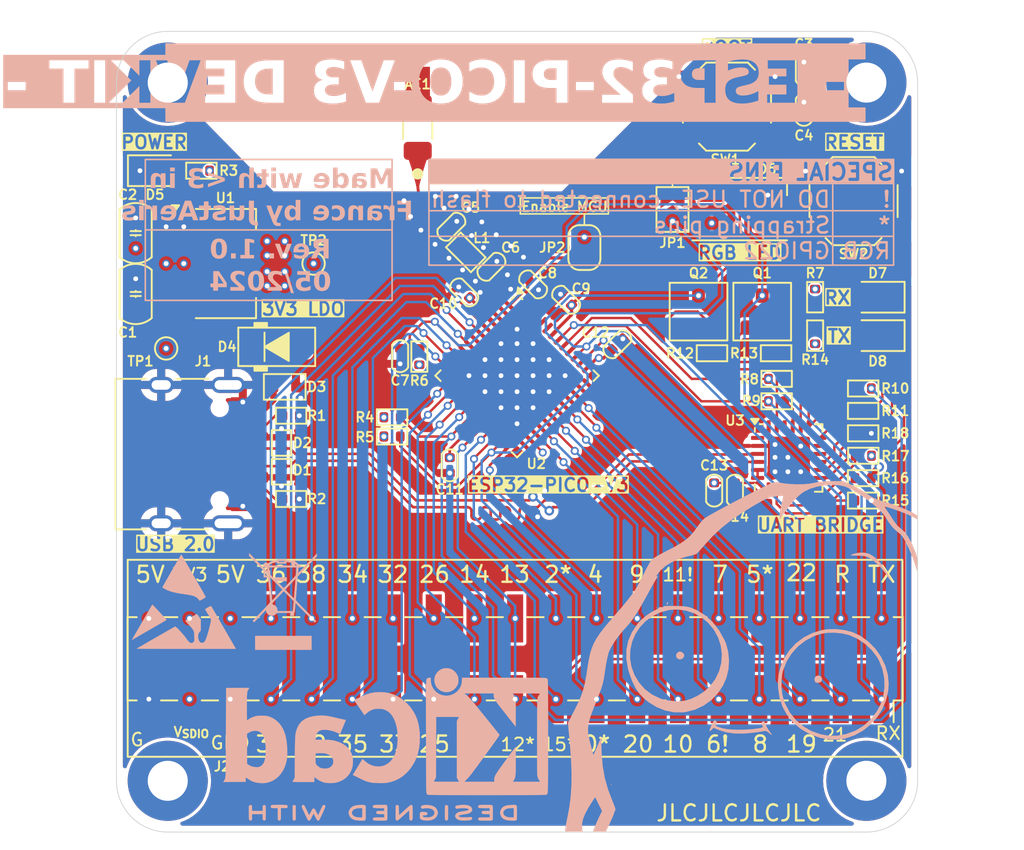
<source format=kicad_pcb>
(kicad_pcb (version 20240108) (generator "pcbnew") (generator_version "8.0")
  (layers (0 "F.Cu" signal) (1 "In1.Cu" power) (2 "In2.Cu" mixed) (3 "In3.Cu" power) (4 "In4.Cu" power) (31 "B.Cu" signal) (34 "B.Paste" user) (35 "F.Paste" user) (36 "B.SilkS" user "B.Silkscreen") (37 "F.SilkS" user "F.Silkscreen") (38 "B.Mask" user) (39 "F.Mask" user) (44 "Edge.Cuts" user))
  (net 0 "")
  (net 1 "VBUS")
  (net 2 "GND")
  (net 3 "+3V3")
  (net 4 "/IO0")
  (net 5 "/EN")
  (net 6 "/LNA_IN")
  (net 7 "ESP_3V3")
  (net 8 "/USB_DATA+")
  (net 9 "/USB_DATA-")
  (net 10 "Net-(D3-A2)")
  (net 11 "Net-(D5-A)")
  (net 12 "Net-(D6-DIN)")
  (net 14 "/RXT")
  (net 15 "Net-(D7-A)")
  (net 16 "Net-(D8-A)")
  (net 17 "/TXT")
  (net 18 "Net-(J1-CC2)")
  (net 19 "Net-(J1-CC1)")
  (net 20 "/IO2")
  (net 21 "/IO25")
  (net 22 "/U0TXD")
  (net 23 "/IO33")
  (net 24 "/IO15")
  (net 25 "/I38")
  (net 26 "/IO13")
  (net 27 "/IO22")
  (net 28 "/IO26")
  (net 29 "/IO4")
  (net 30 "/IO10")
  (net 31 "/I34")
  (net 32 "/IO19")
  (net 33 "/IO21")
  (net 34 "/IO7")
  (net 35 "/I39")
  (net 36 "/IO5")
  (net 37 "/IO20")
  (net 38 "/I37")
  (net 39 "/U0RXD")
  (net 40 "/IO8")
  (net 41 "/I35")
  (net 42 "/IO14")
  (net 43 "/IO9")
  (net 44 "/I36")
  (net 45 "/IO32")
  (net 46 "/IO27")
  (net 47 "/RTS")
  (net 48 "Net-(Q1-B)")
  (net 49 "/DTR")
  (net 50 "Net-(Q2-B)")
  (net 51 "/RXD")
  (net 52 "/TXD")
  (net 53 "/CTS")
  (net 54 "Net-(U3-VBUS)")
  (net 55 "Net-(U3-~{RST})")
  (net 56 "Net-(U3-~{SUSPEND})")
  (net 57 "/IO11")
  (net 58 "/IO6")
  (net 59 "/V_SDIO")
  (net 68 "/ANT_IN")
  (net 69 "/IO12")
  (footprint "Resistor_SMD_AKL:R_0402_1005Metric" (layer "F.Cu") (at 46.61 26.5)
    (property "Reference" "R17")
    (property "Value" "2K" (hide yes))
  )
  (footprint "Resistor_SMD_AKL:R_0402_1005Metric" (layer "F.Cu") (at 10.9 24)
    (property "Reference" "R1")
    (property "Value" "5K1" (hide yes))
  )
  (footprint "LED_SMD:LED_0805_2012Metric" (layer "F.Cu") (at 47.5 19 180)
    (property "Reference" "D8")
    (property "Value" "GREEN")
  )
  (footprint "Capacitor_SMD_US_Handsoldering_AKL:C_0402_1005Metric" (layer "F.Cu") (at 28.060589 16.760589 -45)
    (property "Reference" "C9")
    (property "Value" "0.1uF" (hide yes))
  )
  (footprint "Capacitor_SMD_US_Handsoldering_AKL:C_0402_1005Metric" (layer "F.Cu") (at 38.6 28.68 90)
    (property "Reference" "C14")
    (property "Value" "0.1uF" (hide yes))
  )
  (footprint "LED_SMD:LED_0805_2012Metric" (layer "F.Cu") (at 47.5 16.6 180)
    (property "Reference" "D7")
    (property "Value" "GREEN")
  )
  (footprint "Capacitor_SMD_US_Handsoldering_AKL:C_0402_1005Metric" (layer "F.Cu") (at 20.8 27.1 -90)
    (property "Reference" "C11")
    (property "Value" "1uF" (hide yes))
  )
  (footprint "LED_SMD:LED_0805_2012Metric" (layer "F.Cu") (at 2.4 8.7)
    (property "Reference" "D5")
    (property "Value" "RED")
  )
  (footprint "Resistor_SMD_AKL:R_0402_1005Metric" (layer "F.Cu") (at 46.6 22.3 180)
    (property "Reference" "R10")
    (property "Value" "0" (hide yes))
  )
  (footprint "Package_TO_SOT_SMD_AKL:SOT-23" (layer "F.Cu") (at 40.3 17.5 90)
    (property "Reference" "Q1")
    (property "Value" "S8050" (hide yes))
  )
  (footprint "Resistor_SMD_AKL:R_0402_1005Metric" (layer "F.Cu") (at 41.2 21.7)
    (property "Reference" "R8")
    (property "Value" "1K" (hide yes))
  )
  (footprint "Capacitor_SMD_US_Handsoldering_AKL:C_0402_1005Metric" (layer "F.Cu") (at 23.4 14.7 45)
    (property "Reference" "C6")
    (property "Value" "TBD" (hide yes))
  )
  (footprint "Capacitor_SMD_US_Handsoldering_AKL:C_0402_1005Metric" (layer "F.Cu") (at 26 15.8 135)
    (property "Reference" "C8")
    (property "Value" "10uF" (hide yes))
  )
  (footprint "Package_DFN_QFN:QFN-48-1EP_7x7mm_P0.5mm_EP5.1x5.1mm" (layer "F.Cu") (at 25 21.5 -45)
    (property "Reference" "U2")
    (property "Value" "ESP32-PICO-V3")
  )
  (footprint "Capacitor_SMD_US_Handsoldering_AKL:C_0402_1005Metric" (layer "F.Cu") (at 37.3 28.675 90)
    (property "Reference" "C13")
    (property "Value" "4.7uF" (hide yes))
  )
  (footprint "Resistor_SMD_AKL:R_0402_1005Metric" (layer "F.Cu") (at 43.6 19 90)
    (property "Reference" "R14")
    (property "Value" "3K3" (hide yes))
  )
  (footprint "Jumper:SolderJumper-2_P1.3mm_Open_TrianglePad1.0x1.5mm" (layer "F.Cu") (at 34.7 11.125 90)
    (property "Reference" "JP1")
    (property "Value" "ENABLE RGB")
  )
  (footprint "Resistor_SMD_AKL:R_0402_1005Metric" (layer "F.Cu") (at 46.6 27.9)
    (property "Reference" "R16")
    (property "Value" "22K1" (hide yes))
  )
  (footprint "Resistor_SMD_AKL:R_0402_1005Metric" (layer "F.Cu") (at 10.9 29.2)
    (property "Reference" "R2")
    (property "Value" "5K1" (hide yes))
  )
  (footprint "Package_TO_SOT_SMD_AKL:SOT-23" (layer "F.Cu") (at 36.325 17.5 90)
    (property "Reference" "Q2")
    (property "Value" "S8050" (hide yes))
  )
  (footprint "Resistor_SMD_AKL:R_0402_1005Metric" (layer "F.Cu") (at 17.2 25.3)
    (property "Reference" "R5")
    (property "Value" "10K" (hide yes))
  )
  (footprint "Package_TO_SOT_SMD:SOT-223-3_TabPin2" (layer "F.Cu") (at 6.8 14.5)
    (property "Reference" "U1")
    (property "Value" "AP2114HA-3.3TRG1")
  )
  (footprint "Capacitor_SMD_US_Handsoldering_AKL:C_0402_1005Metric" (layer "F.Cu") (at 21.7 16.3 135)
    (property "Reference" "C10")
    (property "Value" "10uF" (hide yes))
  )
  (footprint "Capacitor_SMD_US_Handsoldering_AKL:C_0402_1005Metric" (layer "F.Cu") (at 17.7 20.28 -90)
    (property "Reference" "C7")
    (property "Value" "0.1uF" (hide yes))
  )
  (footprint "Resistor_SMD_AKL:R_0402_1005Metric" (layer "F.Cu") (at 17.2 24.1)
    (property "Reference" "R4")
    (property "Value" "10K" (hide yes))
  )
  (footprint "Connector_USB:USB_C_Receptacle_HRO_TYPE-C-31-M-12" (layer "F.Cu") (at 3.84 26.4 -90)
    (property "Reference" "J1")
    (property "Value" "TYPE-C-31-M-12")
  )
  (footprint "Resistor_SMD_AKL:R_0402_1005Metric" (layer "F.Cu") (at 43.6 16.6 -90)
    (property "Reference" "R7")
    (property "Value" "3K3" (hide yes))
  )
  (footprint "Capacitor_SMD_US_Handsoldering_AKL:C_0402_1005Metric" (layer "F.Cu") (at 20.9 12.2 45)
    (property "Reference" "C5")
    (property "Value" "TBD" (hide yes))
  )
  (footprint "Connector_PinSocket_2.54mm:PinSocket_2x19_P2.54mm_Vertical_SMD" (layer "F.Cu") (at 24.88 39.18 -90)
    (property "Reference" "J2")
    (property "Value" "Conn_02x19_Top_Bottom")
  )
  (footprint "Package_DFN_QFN:QFN-24-1EP_4x4mm_P0.5mm_EP2.6x2.6mm" (layer "F.Cu") (at 41.95 26.6375)
    (property "Reference" "U3")
    (property "Value" "CP2102N-Axx-xQFN24")
  )
  (footprint "Capacitor_SMD_US_Handsoldering_AKL:C_0402_1005Metric" (layer "F.Cu") (at 31.260589 19.539411 45)
    (property "Reference" "C12")
    (property "Value" "1uF" (hide yes))
  )
  (footprint "Personal-Library:ANT3216LL00R2400A" (layer "F.Cu") (at 18.8 6 90)
    (property "Reference" "AE1")
    (property "Value" "ANT3216LL00R2400A")
  )
  (footprint "MountingHole:MountingHole_2.5mm_Pad" (layer "F.Cu") (at 3.2 46.8)
    (property "Reference" "REF**" (hide yes))
    (property "Value" "MountingHole_2.5mm_Pad")
  )
  (footprint "TestPoint:TestPoint_Pad_D1.0mm" (layer "F.Cu") (at 12.3 14.5)
    (property "Reference" "TP2")
    (property "Value" "3V3")
  )
  (footprint "Button_Switch_SMD:SW_Push_1P1T_XKB_TS-1187A" (layer "F.Cu") (at 38.1 4.7)
    (property "Reference" "SW1")
    (property "Value" "BOOT BUTTON")
  )
  (footprint "Resistor_SMD_AKL:R_0402_1005Metric" (layer "F.Cu") (at 41.2 23.1)
    (property "Reference" "R9")
    (property "Value" "1K" (hide yes))
  )
  (footprint "Diode_SMD_Handsoldering_AKL:D_SOD-882_DFN1006-2_TVS" (layer "F.Cu") (at 10.3 27.5 90)
    (property "Reference" "D1")
    (property "Value" "LESD8D3.3CAT5G" (hide yes))
  )
  (footprint "Resistor_SMD_AKL:R_0402_1005Metric" (layer "F.Cu") (at 46.6 23.7 180)
    (property "Reference" "R11")
    (property "Value" "0" (hide yes))
  )
  (footprint "TestPoint:TestPoint_Pad_D1.0mm" (layer "F.Cu") (at 3.1 19.8 180)
    (property "Reference" "TP1")
    (property "Value" "V_{BUS}")
  )
  (footprint "Diode_SMD_AKL:D_SOD-523_TVS" (layer "F.Cu") (at 10.5 22.2 180)
    (property "Reference" "D3")
    (property "Value" "LESD5D5.0CT1G" (hide yes))
  )
  (footprint "LED_SMD:LED_SK6812MINI_PLCC4_3.5x3.5mm_P1.75mm" (layer "F.Cu") (at 38.9 11.1 180)
    (property "Reference" "D6")
    (property "Value" "WS2812E-MINI-X1")
  )
  (footprint "Resistor_SMD_AKL:R_0402_1005Metric" (layer "F.Cu") (at 46.6 29.3)
    (property "Reference" "R15")
    (property "Value" "47K5" (hide yes))
  )
  (footprint "MountingHole:MountingHole_2.5mm_Pad" (layer "F.Cu") (at 46.8 3.2)
    (property "Reference" "REF**" (hide yes))
    (property "Value" "MountingHole_2.5mm_Pad")
  )
  (footprint "Capacitor_SMD_US_Handsoldering_AKL:C_0402_1005Metric" (layer "F.Cu") (at 42.9 2.4 -90)
    (property "Reference" "C3")
    (property "Value" "0.1uF" (hide yes))
  )
  (footprint "Resistor_SMD_AKL:R_0402_1005Metric" (layer "F.Cu") (at 5.3 8.7)
    (property "Reference" "R3")
    (property "Value" "3K3" (hide yes))
  )
  (footprint "Resistor_SMD_AKL:R_0402_1005Metric" (layer "F.Cu") (at 46.6 25.1)
    (property "Reference" "R18")
    (property "Value" "10K" (hide yes))
  )
  (footprint "Jumper:SolderJumper-2_P1.3mm_Open_RoundedPad1.0x1.5mm" (layer "F.Cu") (at 29.2 13.5 90)
    (property "Reference" "JP2")
    (property "Value" "ENABLE MCU")
  )
  (footprint "Resistor_SMD_AKL:R_0402_1005Metric" (layer "F.Cu") (at 41.165 20.1 180)
    (property "Reference" "R13")
    (property "Value" "10K" (hide yes))
  )
  (footprint "Diode_SMD_Handsoldering_AKL:D_SOD-882_DFN1006-2_TVS" (layer "F.Cu") (at 10.3 25.7 -90)
    (property "Reference" "D2")
    (property "Value" "LESD8D3.3CAT5G" (hide yes))
  )
  (footprint "Diode_SMD_Handsoldering_AKL:D_SOD-123" (layer "F.Cu") (at 10 19.7)
    (property "Reference" "D4")
    (property "Value" "1N5819" (hide yes))
  )
  (footprint "Button_Switch_SMD:SW_Push_1P1T_XKB_TS-1187A" (layer "F.Cu") (at 46 10.6)
    (property "Reference" "SW2")
    (property "Value" "RESET BUTTON")
  )
  (footprint "Resistor_SMD_AKL:R_0402_1005Metric" (layer "F.Cu") (at 37.165 20.1)
    (property "Reference" "R12")
    (property "Value" "10K" (hide yes))
  )
  (footprint "Capacitor_SMD_US_Handsoldering_AKL:C_0402_1005Metric" (layer "F.Cu") (at 42.9 4.9 -90)
    (property "Reference" "C4")
    (property "Value" "0.1uF" (hide yes))
  )
  (footprint "Resistor_SMD_AKL:R_0402_1005Metric" (layer "F.Cu") (at 18.9 20.31 90)
    (property "Reference" "R6")
    (property "Value" "10K" (hide yes))
  )
  (footprint "Inductor_SMD_Handsoldering_AKL:L_0402_1005Metric" (layer "F.Cu") (at 21.8 13.8 -45)
    (property "Reference" "L1")
    (property "Value" "TBD" (hide yes))
  )
  (footprint "Capacitor_SMD_Handsoldering_AKL:C_0805_2012Metric" (layer "F.Cu") (at 1.2 16.4 90)
    (property "Reference" "C1")
    (property "Value" "22uF" (hide yes))
  )
  (footprint "MountingHole:MountingHole_2.5mm_Pad" (layer "F.Cu") (at 3.2 3.2)
    (property "Reference" "REF**" (hide yes))
    (property "Value" "MountingHole_2.5mm_Pad")
  )
  (footprint "Capacitor_SMD_Handsoldering_AKL:C_0805_2012Metric" (layer "F.Cu") (at 1.2 12.6 90)
    (property "Reference" "C2")
    (property "Value" "22uF" (hide yes))
  )
  (footprint "MountingHole:MountingHole_2.5mm_Pad" (layer "F.Cu") (at 46.8 46.8)
    (property "Reference" "REF**" (hide yes))
    (property "Value" "MountingHole_2.5mm_Pad")
  )
  (footprint "WallNuts:WallNut-20x20mm" (layer "B.Cu") (at 39 39 180)
    (property "Reference" "G***" (hide yes))
    (property "Value" "LOGO" (hide yes))
  )
  (footprint "Symbol:WEEE-Logo_4.2x6mm_SilkScreen" (layer "B.Cu") (at 10.4 35.6 180)
    (property "Reference" "REF**" (hide yes))
    (property "Value" "WEEE-Logo_4.2x6mm_SilkScreen" (hide yes))
  )
  (footprint "Symbol:KiCad-Logo2_8mm_SilkScreen" (layer "B.Cu") (at 16.809893 43.7 180)
    (property "Reference" "REF**" (hide yes))
    (property "Value" "KiCad-Logo2_8mm_SilkScreen" (hide yes))
  )
  (footprint "Symbol:ESD-Logo_6.6x6mm_SilkScreen" (layer "B.Cu") (at 4.2 35.6 180)
    (property "Reference" "REF**" (hide yes))
    (property "Value" "ESD-Logo_6.6x6mm_SilkScreen" (hide yes))
  )
  (gr_rect (start 3.1 4.8) (end 46.7 5.6) (stroke (width 0.1)) (fill solid) (layer "B.SilkS"))
  (gr_rect (start 3.1 0.8) (end 46.7 1.7) (stroke (width 0.1)) (fill solid) (layer "B.SilkS"))
  (gr_rect (start 19.5 8) (end 48.5 14.6) (stroke (width 0.1)) (fill none) (layer "B.SilkS"))
  (gr_line (start 17.2 12.4) (end 1.8 12.4) (stroke (width 0.1)) (layer "B.SilkS"))
  (gr_line (start 19.5 9.5) (end 48.5 9.5) (stroke (width 0.1)) (layer "B.SilkS"))
  (gr_rect (start 1.8 8) (end 17.2 16.8) (stroke (width 0.1)) (fill none) (layer "B.SilkS"))
  (gr_rect (start 19.5 8) (end 38.18611 9.45) (stroke (width 0.1)) (fill solid) (layer "B.SilkS"))
  (gr_line (start 44.7 9.6) (end 44.7 14.6) (stroke (width 0.1)) (layer "B.SilkS"))
  (gr_line (start 19.5 12.8) (end 48.5 12.8) (stroke (width 0.1)) (layer "B.SilkS"))
  (gr_line (start 19.5 11.2) (end 48.5 11.2) (stroke (width 0.1)) (layer "B.SilkS"))
  (gr_line (start 34.7 9.725) (end 34.7 9.1) (stroke (width 0.1)) (layer "F.SilkS"))
  (gr_rect (start 0.7 33) (end 49.05 45.3) (stroke (width 0.12)) (fill none) (layer "F.SilkS"))
  (gr_line (start 29.2 12.1) (end 29.2 11.4) (stroke (width 0.1)) (layer "F.SilkS"))
  (gr_rect (start 30.3 8.1) (end 35.7 9.1) (stroke (width 0.1)) (fill none) (layer "F.SilkS"))
  (gr_rect (start 25.2 10.4) (end 30.7 11.4) (stroke (width 0.1)) (fill none) (layer "F.SilkS"))
  (gr_arc (start 3.2 50) (mid 0.937258 49.062742) (end 0 46.8) (stroke (width 0.05)) (layer "Edge.Cuts"))
  (gr_line (start 46.8 0) (end 3.2 0) (stroke (width 0.05)) (layer "Edge.Cuts"))
  (gr_line (start 0 3.2) (end 0 46.8) (stroke (width 0.05)) (layer "Edge.Cuts"))
  (gr_arc (start 0 3.2) (mid 0.937258 0.937258) (end 3.2 0) (stroke (width 0.05)) (layer "Edge.Cuts"))
  (gr_arc (start 46.8 0) (mid 49.062742 0.937258) (end 50 3.2) (stroke (width 0.05)) (layer "Edge.Cuts"))
  (gr_line (start 50 46.8) (end 50 3.2) (stroke (width 0.05)) (layer "Edge.Cuts"))
  (gr_arc (start 50 46.8) (mid 49.062742 49.062742) (end 46.8 50) (stroke (width 0.05)) (layer "Edge.Cuts"))
  (gr_line (start 3.2 50) (end 46.8 50) (stroke (width 0.05)) (layer "Edge.Cuts"))
  (gr_text "Rev. 1.0\n05/2024" (at 9.6 16.4 0) (layer "B.SilkS") (effects (font (size 1.2 1.2)) (justify bottom mirror)))
  (gr_text "- ESP32-PICO-V3 DEVKIT -" (at 45.6 4.9 0) (layer "B.SilkS" knockout) (effects (font (size 2.6 2.6)) (justify left bottom mirror)))
  (gr_text "!	DO NOT USE, connected to flash\n*	Strapping pins\nRGB GPIO22" (at 48.4 14.3 -0) (layer "B.SilkS") (effects (font (size 1 1)) (justify left bottom mirror)))
  (gr_text "SPECIAL PINS" (at 48.575 9.375 -0) (layer "B.SilkS" knockout) (effects (font (size 1 1) (thickness 0.2) (bold yes)) (justify left bottom mirror)))
  (gr_text "Made with <3 in \nFrance by JustAeris" (at 9.4 12 0) (layer "B.SilkS") (effects (font (size 1.2 1.2)) (justify bottom mirror)))
  (gr_text "12*" (at 23.9 45 0) (layer "F.SilkS") (effects (font (size 0.8 0.8) (thickness 0.12)) (justify left bottom)))
  (gr_text "8" (at 39.6 45.1 0) (layer "F.SilkS") (effects (font (size 1 1)) (justify left bottom)))
  (gr_text "5*" (at 39.2 34.5 0) (layer "F.SilkS") (effects (font (size 1 1)) (justify left bottom)))
  (gr_text "BOOT" (at 36.4 1.5 0) (layer "F.SilkS" knockout) (effects (font (size 0.8 0.8) (thickness 0.16) (bold yes)) (justify left bottom)))
  (gr_text "5V" (at 1.1 34.5 0) (layer "F.SilkS") (effects (font (size 1 1)) (justify left bottom)))
  (gr_text "25" (at 18.8 45.1 0) (layer "F.SilkS") (effects (font (size 1 1)) (justify left bottom)))
  (gr_text "14" (at 21.3 34.5 0) (layer "F.SilkS") (effects (font (size 1 1)) (justify left bottom)))
  (gr_text "RGB LED" (at 36.2 14.3 0) (layer "F.SilkS" knockout) (effects (font (size 0.8 0.8) (thickness 0.16) (bold yes)) (justify left bottom)))
  (gr_text "0*" (at 29 45.1 0) (layer "F.SilkS") (effects (font (size 1 1)) (justify left bottom)))
  (gr_text "39" (at 11.1 45.1 0) (layer "F.SilkS") (effects (font (size 1 1)) (justify left bottom)))
  (gr_text "19" (at 41.7 45.1 0) (layer "F.SilkS") (effects (font (size 1 1)) (justify left bottom)))
  (gr_text "11!" (at 34 34.4 0) (layer "F.SilkS") (effects (font (size 0.8 0.8) (thickness 0.12)) (justify left bottom)))
  (gr_text "3V3" (at 3.4 34.4 0) (layer "F.SilkS") (effects (font (size 0.8 0.8) (thickness 0.12)) (justify left bottom)))
  (gr_text "Enable MCU" (at 25.2 11.3 0) (layer "F.SilkS") (effects (font (size 0.6 0.6) (thickness 0.12) (bold yes)) (justify left bottom)))
  (gr_text "10" (at 34 45.1 0) (layer "F.SilkS") (effects (font (size 1 1)) (justify left bottom)))
  (gr_text "Enable RGB" (at 30.3 9 0) (layer "F.SilkS") (effects (font (size 0.6 0.6) (thickness 0.12) (bold yes)) (justify left bottom)))
  (gr_text "27" (at 21.4 45.1 0) (layer "F.SilkS") (effects (font (size 1 1)) (justify left bottom)))
  (gr_text "2*" (at 26.6 34.5 0) (layer "F.SilkS") (effects (font (size 1 1)) (justify left bottom)))
  (gr_text "5V" (at 6.1 34.5 0) (layer "F.SilkS") (effects (font (size 1 1)) (justify left bottom)))
  (gr_text "22" (at 41.7 34.4 0) (layer "F.SilkS") (effects (font (size 1 1)) (justify left bottom)))
  (gr_text "32" (at 16.2 34.5 0) (layer "F.SilkS") (effects (font (size 1 1)) (justify left bottom)))
  (gr_text "ESP32-PICO-V3" (at 21.8 28.8 0) (layer "F.SilkS" knockout) (effects (font (size 0.8 0.8) (thickness 0.16) (bold yes)) (justify left bottom)))
  (gr_text "TX" (at 44.3 19.5 0) (layer "F.SilkS" knockout) (effects (font (size 0.8 0.8) (thickness 0.16) (bold yes)) (justify left bottom)))
  (gr_text "USB 2.0" (at 1.1 32.5 0) (layer "F.SilkS" knockout) (effects (font (size 0.8 0.8) (thickness 0.16) (bold yes)) (justify left bottom)))
  (gr_text "36" (at 8.6 34.5 0) (layer "F.SilkS") (effects (font (size 1 1)) (justify left bottom)))
  (gr_text "35" (at 13.7 45.1 0) (layer "F.SilkS") (effects (font (size 1 1)) (justify left bottom)))
  (gr_text "G" (at 0.8 44.7 0) (layer "F.SilkS") (effects (font (size 0.8 0.8) (thickness 0.12)) (justify left bottom)))
  (gr_text "15*" (at 26.5 45 0) (layer "F.SilkS") (effects (font (size 0.8 0.8) (thickness 0.12)) (justify left bottom)))
  (gr_text "V_{SDIO}" (at 3.5 44.1 0) (layer "F.SilkS") (effects (font (size 0.6 0.6) (thickness 0.12) (bold yes)) (justify left bottom)))
  (gr_text "6!" (at 36.7 45.1 0) (layer "F.SilkS") (effects (font (size 1 1)) (justify left bottom)))
  (gr_text "UART BRIDGE" (at 39.9 31.3 0) (layer "F.SilkS" knockout) (effects (font (size 0.8 0.8) (thickness 0.16) (bold yes)) (justify left bottom)))
  (gr_text "JLCJLCJLCJLC" (at 33.6 49.4 0) (layer "F.SilkS") (effects (font (size 1 1)) (justify left bottom)))
  (gr_text "26" (at 18.8 34.5 0) (layer "F.SilkS") (effects (font (size 1 1)) (justify left bottom)))
  (gr_text "R" (at 44.7 34.5 0) (layer "F.SilkS") (effects (font (size 1 1)) (justify left bottom)))
  (gr_text "3V3 LDO" (at 9 17.8 0) (layer "F.SilkS" knockout) (effects (font (size 0.8 0.8) (thickness 0.16) (bold yes)) (justify left bottom)))
  (gr_text "GND" (at 5.8 44.9 0) (layer "F.SilkS") (effects (font (size 0.8 0.8) (thickness 0.12)) (justify left bottom)))
  (gr_text "9" (at 31.9 34.5 0) (layer "F.SilkS") (effects (font (size 1 1)) (justify left bottom)))
  (gr_text "POWER" (at 0.2 7.4 0) (layer "F.SilkS" knockout) (effects (font (size 0.8 0.8) (thickness 0.16) (bold yes)) (justify left bottom)))
  (gr_text "20" (at 31.5 45.1 0) (layer "F.SilkS") (effects (font (size 1 1)) (justify left bottom)))
  (gr_text "RESET" (at 44.1 7.4 0) (layer "F.SilkS" knockout) (effects (font (size 0.8 0.8) (thickness 0.16) (bold yes)) (justify left bottom)))
  (gr_text "RX" (at 44.1 17.1 0) (layer "F.SilkS" knockout) (effects (font (size 0.8 0.8) (thickness 0.16) (bold yes)) (justify left bottom)))
  (gr_text "38" (at 11.1 34.5 0) (layer "F.SilkS") (effects (font (size 1 1)) (justify left bottom)))
  (gr_text "RX" (at 47.3 44.3 0) (layer "F.SilkS") (effects (font (size 0.8 0.8) (thickness 0.12)) (justify left bottom)))
  (gr_text "21" (at 44 44.4 0) (layer "F.SilkS") (effects (font (size 0.8 0.8) (thickness 0.12)) (justify left bottom)))
  (gr_text "TX" (at 46.8 34.5 0) (layer "F.SilkS") (effects (font (size 1 1)) (justify left bottom)))
  (gr_text "4" (at 29.3 34.5 0) (layer "F.SilkS") (effects (font (size 1 1)) (justify left bottom)))
  (gr_text "13" (at 23.8 34.5 0) (layer "F.SilkS") (effects (font (size 1 1)) (justify left bottom)))
  (gr_text "37" (at 8.6 45.1 0) (layer "F.SilkS") (effects (font (size 1 1)) (justify left bottom)))
  (gr_text "34" (at 13.7 34.5 0) (layer "F.SilkS") (effects (font (size 1 1)) (justify left bottom)))
  (gr_text "7" (at 37.1 34.5 0) (layer "F.SilkS") (effects (font (size 1 1)) (justify left bottom)))
  (gr_text "33" (at 16.3 45.1 0) (layer "F.SilkS") (effects (font (size 1 1)) (justify left bottom)))
  (segment (start 3.1 17.35) (end 3.65 16.8) (width 0.4064) (layer "F.Cu") (net 1))
  (segment (start 3.1 19.8) (end 3.1 17.35) (width 0.4064) (layer "F.Cu") (net 1))
  (segment (start 47.11 27.9) (end 47.11 27.69) (width 0.4064) (layer "F.Cu") (net 1))
  (segment (start 47.11 27.69) (end 47.6 27.2) (width 0.4064) (layer "F.Cu") (net 1))
  (segment (start 3.1 19.8) (end 3.2 19.7) (width 0.4064) (layer "F.Cu") (net 1))
  (segment (start 1.2 17.35) (end 1.75 16.8) (width 0.4064) (layer "F.Cu") (net 1))
  (segment (start 3.2 19.7) (end 8.35 19.7) (width 0.4064) (layer "F.Cu") (net 1))
  (segment (start 1.75 16.8) (end 3.65 16.8) (width 0.4064) (layer "F.Cu") (net 1))
  (via (at 3.1 19.8) (size 0.5) (drill 0.3) (layers "F.Cu" "B.Cu") (net 1))
  (via (at 47.6 27.2) (size 0.6) (drill 0.3302) (layers "F.Cu" "B.Cu") (net 1))
  (via (at 2.02 36.66) (size 0.5) (drill 0.3) (layers "F.Cu" "B.Cu") (net 1))
  (via (at 7.1 36.66) (size 0.5) (drill 0.3) (layers "F.Cu" "B.Cu") (net 1))
  (segment (start 41.1875 25.8875) (end 41.2 25.8875) (width 0.1524) (layer "F.Cu") (net 2))
  (segment (start 41.1 25.8) (end 41.1875 25.8875) (width 0.1524) (layer "F.Cu") (net 2))
  (segment (start 10.3 25.35) (end 10.3 24.8) (width 0.1524) (layer "F.Cu") (net 2))
  (segment (start 40.0125 25.8875) (end 41.0125 25.8875) (width 0.1524) (layer "F.Cu") (net 2))
  (segment (start 11.2 22.2) (end 11.5 22.5) (width 0.1524) (layer "F.Cu") (net 2))
  (segment (start 10.3 27.85) (end 10.3 28.4) (width 0.1524) (layer "F.Cu") (net 2))
  (segment (start 41.9 26.6) (end 41.9125 26.6) (width 0.1524) (layer "F.Cu") (net 2))
  (segment (start 41.9125 26.6) (end 41.95 26.6375) (width 0.1524) (layer "F.Cu") (net 2))
  (segment (start 41.9 26.5875) (end 41.9 26.6) (width 0.1524) (layer "F.Cu") (net 2))
  (segment (start 41.2 25.8875) (end 41.9 26.5875) (width 0.1524) (layer "F.Cu") (net 2))
  (segment (start 41.0125 25.8875) (end 41.1 25.8) (width 0.1524) (layer "F.Cu") (net 2))
  (segment (start 11.5 22.5) (end 11.5 22.9) (width 0.1524) (layer "F.Cu") (net 2))
  (via (at 25 23.5) (size 0.5) (drill 0.3) (layers "F.Cu" "B.Cu") (net 2))
  (via (at 26.282098 30.315) (size 0.5) (drill 0.3) (layers "F.Cu" "B.Cu") (net 2))
  (via (at 42.9 4.42) (size 0.5) (drill 0.3) (layers "F.Cu" "B.Cu") (net 2))
  (via (at 41.9 26.6) (size 0.5) (drill 0.3) (layers "F.Cu" "B.Cu") (net 2))
  (via (at 22.16416 12.749946) (size 0.5) (drill 0.3) (layers "F.Cu" "B.Cu") (net 2))
  (via (at 20.749946 14.16416) (size 0.5) (drill 0.3) (layers "F.Cu" "B.Cu") (net 2))
  (via (at 17.7 20.76) (size 0.5) (drill 0.3) (layers "F.Cu" "B.Cu") (net 2))
  (via (at 25 19.5) (size 0.5) (drill 0.3) (layers "F.Cu" "B.Cu") (net 2))
  (via (at 22 21.5) (size 0.5) (drill 0.3) (layers "F.Cu" "B.Cu") (net 2))
  (via (at 27.713275 16.413275) (size 0.5) (drill 0.3) (layers "F.Cu" "B.Cu") (net 2))
  (via (at 27 20.5) (size 0.5) (drill 0.3) (layers "F.Cu" "B.Cu") (net 2))
  (via (at 41.1 2.825) (size 0.5) (drill 0.3) (layers "F.Cu" "B.Cu") (net 2))
  (via (at 22.7 16.3) (size 0.5) (drill 0.3) (layers "F.Cu" "B.Cu") (net 2))
  (via (at 23 21.5) (size 0.5) (drill 0.3) (layers "F.Cu" "B.Cu") (net 2))
  (via (at 25 18.6) (size 0.5) (drill 0.3) (layers "F.Cu" "B.Cu") (net 2))
  (via (at 35.1 2.825) (size 0.5) (drill 0.3) (layers "F.Cu" "B.Cu") (net 2))
  (via (at 24 23.5) (size 0.5) (drill 0.3) (layers "F.Cu" "B.Cu") (net 2))
  (via (at 40.65 10.225) (size 0.5) (drill 0.3) (layers "F.Cu" "B.Cu") (net 2))
  (via (at 7.885 29.65) (size 0.5) (drill 0.3) (layers "F.Cu" "B.Cu") (net 2))
  (via (at 24 22.5) (size 0.5) (drill 0.3) (layers "F.Cu" "B.Cu") (net 2))
  (via (at 1.4625 8.7) (size 0.5) (drill 0.3) (layers "F.Cu" "B.Cu") (net 2))
  (via (at 11.41 29.2) (size 0.5) (drill 0.3) (layers "F.Cu" "B.Cu") (net 2))
  (via (at 20.8 27.58) (size 0.5) (drill 0.3) (layers "F.Cu" "B.Cu") (net 2))
  (via (at 25 21.5) (size 0.5) (drill 0.3) (layers "F.Cu" "B.Cu") (net 2))
  (via (at 10.3 28.4) (size 0.5) (drill 0.3) (layers "F.Cu" "B.Cu") (net 2))
  (via (at 26.339411 16.139411) (size 0.5) (drill 0.3) (layers "F.Cu" "B.Cu") (net 2))
  (via (at 24.6 16.1) (size 0.5) (drill 0.3) (layers "F.Cu" "B.Cu") (net 2))
  (via (at 22.8 11.9) (size 0.5) (drill 0.3) (layers "F.Cu" "B.Cu") (net 2))
  (via (at 18.353758 11.563405) (size 0.5) (drill 0.3) (layers "F.Cu" "B.Cu") (net 2))
  (via (at 2.02 41.7) (size 0.5) (drill 0.3) (layers "F.Cu" "B.Cu") (net 2))
  (via (at 26 21.5) (size 0.5) (drill 0.3) (layers "F.Cu" "B.Cu") (net 2))
  (via (at 28 21.5) (size 0.5) (drill 0.3) (layers "F.Cu" "B.Cu") (net 2))
  (via (at 19.000753 12.41454) (size 0.5) (drill 0.3) (layers "F.Cu" "B.Cu") (net 2))
  (via (at 24.6 13.4) (size 0.5) (drill 0.3) (layers "F.Cu" "B.Cu") (net 2))
  (via (at 21.6 14.9) (size 0.5) (drill 0.3) (layers "F.Cu" "B.Cu") (net 2))
  (via (at 23 20.5) (size 0.5) (drill 0.3) (layers "F.Cu" "B.Cu") (net 2))
  (via (at 7.885 23.15) (size 0.5) (drill 0.3) (layers "F.Cu" "B.Cu") (net 2))
  (via (at 1.2 15.45) (size 0.5) (drill 0.3) (layers "F.Cu" "B.Cu") (net 2))
  (via (at 41.1 25.8) (size 0.5) (drill 0.3) (layers "F.Cu" "B.Cu") (net 2))
  (via (at 47.11 29.3) (size 0.5) (drill 0.3) (layers "F.Cu" "B.Cu") (net 2))
  (via (at 23.739411 14.360589) (size 0.5) (drill 0.3) (layers "F.Cu" "B.Cu") (net 2))
  (via (at 22.9 13.5) (size 0.5) (drill 0.3) (layers "F.Cu" "B.Cu") (net 2))
  (via (at 27 21.5) (size 0.5) (drill 0.3) (layers "F.Cu" "B.Cu") (net 2))
  (via (at 11.5 22.9) (size 0.5) (drill 0.3) (layers "F.Cu" "B.Cu") (net 2))
  (via (at 21.2 10.3) (size 0.5) (drill 0.3) (layers "F.Cu" "B.Cu") (net 2))
  (via (at 49 8.725) (size 0.5) (drill 0.3) (layers "F.Cu" "B.Cu") (net 2))
  (via (at 41.1 27.5) (size 0.5) (drill 0.3) (layers "F.Cu" "B.Cu") (net 2))
  (via (at 42.7 27.5) (size 0.5) (drill 0.3) (layers "F.Cu" "B.Cu") (net 2))
  (via (at 17.94465 10.57573) (size 0.5) (drill 0.3) (layers "F.Cu" "B.Cu") (net 2))
  (via (at 3.1 12.2) (size 0.5) (drill 0.3) (layers "F.Cu" "B.Cu") (net 2))
  (via (at 26 22.5) (size 0.5) (drill 0.3) (layers "F.Cu" "B.Cu") (net 2))
  (via (at 42.9 1.92) (size 0.5) (drill 0.3) (layers "F.Cu" "B.Cu") (net 2))
  (via (at 23 22.5) (size 0.5) (drill 0.3) (layers "F.Cu" "B.Cu") (net 2))
  (via (at 19.9 10.3) (size 0.5) (drill 0.3) (layers "F.Cu" "B.Cu") (net 2))
  (via (at 26.728579 28.685153) (size 0.5) (drill 0.3) (layers "F.Cu" "B.Cu") (net 2))
  (via (at 4.2 12.2) (size 0.5) (drill 0.3) (layers "F.Cu" "B.Cu") (net 2))
  (via (at 10.3 24.8) (size 0.5) (drill 0.3) (layers "F.Cu" "B.Cu") (net 2))
  (via (at 41.9 27.5) (size 0.5) (drill 0.3) (layers "F.Cu" "B.Cu") (net 2))
  (via (at 27 22.5) (size 0.5) (drill 0.3) (layers "F.Cu" "B.Cu") (net 2))
  (via (at 25 24.5) (size 0.5) (drill 0.3) (layers "F.Cu" "B.Cu") (net 2))
  (via (at 20.449247 11.03546) (size 0.5) (drill 0.3) (layers "F.Cu" "B.Cu") (net 2))
  (via (at 24 19.5) (size 0.5) (drill 0.3) (layers "F.Cu" "B.Cu") (net 2))
  (via (at 41.1 26.6) (size 0.5) (drill 0.3) (layers "F.Cu" "B.Cu") (net 2))
  (via (at 42.7 25.9) (size 0.5) (drill 0.3) (layers "F.Cu" "B.Cu") (net 2))
  (via (at 21.239411 11.860589) (size 0.5) (drill 0.3) (layers "F.Cu" "B.Cu") (net 2))
  (via (at 23.7 12.7) (size 0.5) (drill 0.3) (layers "F.Cu" "B.Cu") (net 2))
  (via (at 24 21.5) (size 0.5) (drill 0.3) (layers "F.Cu" "B.Cu") (net 2))
  (via (at 26 19.5) (size 0.5) (drill 0.3) (layers "F.Cu" "B.Cu") (net 2))
  (via (at 24 20.5) (size 0.5) (drill 0.3) (layers "F.Cu" "B.Cu") (net 2))
  (via (at 22.4 15.6) (size 0.5) (drill 0.3) (layers "F.Cu" "B.Cu") (net 2))
  (via (at 11.41 24) (size 0.5) (drill 0.3) (layers "F.Cu" "B.Cu") (net 2))
  (via (at 24.4 15.2) (size 0.5) (drill 0.3) (layers "F.Cu" "B.Cu") (net 2))
  (via (at 7.1 41.7) (size 0.5) (drill 0.3) (layers "F.Cu" "B.Cu") (net 2))
  (via (at 21.360589 15.960589) (size 0.5) (drill 0.3) (layers "F.Cu" "B.Cu") (net 2))
  (via (at 22 11.1) (size 0.5) (drill 0.3) (layers "F.Cu" "B.Cu") (net 2))
  (via (at 1.2 11.65) (size 0.5) (drill 0.3) (layers "F.Cu" "B.Cu") (net 2))
  (via (at 25 22.5) (size 0.5) (drill 0.3) (layers "F.Cu" "B.Cu") (net 2))
  (via (at 31.6 19.2) (size 0.5) (drill 0.3) (layers "F.Cu" "B.Cu") (net 2))
  (via (at 26 20.5) (size 0.5) (drill 0.3) (layers "F.Cu" "B.Cu") (net 2))
  (via (at 25 20.5) (size 0.5) (drill 0.3) (layers "F.Cu" "B.Cu") (net 2))
  (via (at 25.4 14.1) (size 0.5) (drill 0.3) (layers "F.Cu" "B.Cu") (net 2))
  (via (at 19.883919 13.298133) (size 0.5) (drill 0.3) (layers "F.Cu" "B.Cu") (net 2))
  (via (at 43 8.725) (size 0.5) (drill 0.3) (layers "F.Cu" "B.Cu") (net 2))
  (via (at 26 23.5) (size 0.5) (drill 0.3) (layers "F.Cu" "B.Cu") (net 2))
  (via (at 47.11 25.1) (size 0.5) (drill 0.3) (layers "F.Cu" "B.Cu") (net 2))
  (segment (start 40.7 28.575) (end 40.375 28.575) (width 0.1524) (layer "F.Cu") (net 3))
  (segment (start 38.6 28.2) (end 40 28.2) (width 0.1524) (layer "F.Cu") (net 3))
  (segment (start 40.375 28.575) (end 40.0125 28.2125) (width 0.1524) (layer "F.Cu") (net 3))
  (segment (start 40.0125 27.8875) (end 40.0125 27.3875) (width 0.1524) (layer "F.Cu") (net 3))
  (segment (start 3.65 14.5) (end 2.15 14.5) (width 0.1524) (layer "F.Cu") (net 3))
  (segment (start 37.3 28.195) (end 37.3 28.195) (width 0.1524) (layer "F.Cu") (net 3))
  (segment (start 40 28.2) (end 40.0125 28.2125) (width 0.1524) (layer "F.Cu") (net 3))
  (segment (start 37.305 28.2) (end 38.6 28.2) (width 0.1524) (layer "F.Cu") (net 3))
  (segment (start 37.3 28.195) (end 37.305 28.2) (width 0.1524) (layer "F.Cu") (net 3))
  (segment (start 40.0125 28.2125) (end 40.0125 27.8875) (width 0.1524) (layer "F.Cu") (net 3))
  (segment (start 37.305 28.2) (end 37.305 28.2) (width 0.1524) (layer "F.Cu") (net 3))
  (segment (start 2.15 14.5) (end 1.2 13.55) (width 0.1524) (layer "F.Cu") (net 3))
  (via (at 4.2 14.5) (size 0.5) (drill 0.3) (layers "F.Cu" "B.Cu") (net 3))
  (via (at 9.4 15) (size 0.5) (drill 0.3) (layers "F.Cu" "B.Cu") (net 3))
  (via (at 43.6 19.51) (size 0.5) (drill 0.3) (layers "F.Cu" "B.Cu") (net 3))
  (via (at 16.690001 24.1) (size 0.5) (drill 0.3) (layers "F.Cu" "B.Cu") (net 3))
  (via (at 3.1 14.5) (size 0.5) (drill 0.3) (layers "F.Cu" "B.Cu") (net 3))
  (via (at 9.4 14) (size 0.5) (drill 0.3) (layers "F.Cu" "B.Cu") (net 3))
  (via (at 5.81 8.7) (size 0.5) (drill 0.3) (layers "F.Cu" "B.Cu") (net 3))
  (via (at 12.3 14.5) (size 0.5) (drill 0.3) (layers "F.Cu" "B.Cu") (net 3))
  (via (at 10.5 14) (size 0.5) (drill 0.3) (layers "F.Cu" "B.Cu") (net 3))
  (via (at 9.4 13.1) (size 0.5) (drill 0.3) (layers "F.Cu" "B.Cu") (net 3))
  (via (at 1.2 13.55) (size 0.5) (drill 0.3) (layers "F.Cu" "B.Cu") (net 3))
  (via (at 10.5 13.1) (size 0.5) (drill 0.3) (layers "F.Cu" "B.Cu") (net 3))
  (via (at 43.6 16.09) (size 0.5) (drill 0.3) (layers "F.Cu" "B.Cu") (net 3))
  (via (at 4.56 36.66) (size 0.5) (drill 0.3) (layers "F.Cu" "B.Cu") (net 3))
  (via (at 10.5 15.9) (size 0.5) (drill 0.3) (layers "F.Cu" "B.Cu") (net 3))
  (via (at 9.4 15.9) (size 0.5) (drill 0.3) (layers "F.Cu" "B.Cu") (net 3))
  (via (at 16.690001 25.3) (size 0.5) (drill 0.3) (layers "F.Cu" "B.Cu") (net 3))
  (via (at 10.5 15) (size 0.5) (drill 0.3) (layers "F.Cu" "B.Cu") (net 3))
  (via (at 29.2 12.85) (size 0.5) (drill 0.3) (layers "F.Cu" "B.Cu") (net 3))
  (via (at 18.9 20.82) (size 0.5) (drill 0.3) (layers "F.Cu" "B.Cu") (net 3))
  (via (at 37.3 28.195) (size 0.5) (drill 0.3) (layers "F.Cu" "B.Cu") (net 3))
  (via (at 47.12 26.5) (size 0.5) (drill 0.3) (layers "F.Cu" "B.Cu") (net 3))
  (via (at 37.15 11.975) (size 0.5) (drill 0.3) (layers "F.Cu" "B.Cu") (net 3))
  (segment (start 35.1 6.575) (end 41.1 6.575) (width 0.1524) (layer "F.Cu") (net 4))
  (segment (start 21.4 28.3) (end 20.1 28.3) (width 0.1524) (layer "F.Cu") (net 4))
  (segment (start 36.325 16.5) (end 38.9 13.925) (width 0.1524) (layer "F.Cu") (net 4))
  (segment (start 23.4 26.281981) (end 24.151472 25.530509) (width 0.1524) (layer "F.Cu") (net 4))
  (segment (start 36.325 16.5) (end 36.325 16.5) (width 0.1524) (layer "F.Cu") (net 4))
  (segment (start 41.1 6.575) (end 41.8262 5.8488) (width 0.1524) (layer "F.Cu") (net 4))
  (segment (start 23.4 26.3) (end 23.4 26.281981) (width 0.1524) (layer "F.Cu") (net 4))
  (segment (start 41.8262 5.8488) (end 41.8262 3.9538) (width 0.1524) (layer "F.Cu") (net 4))
  (segment (start 41.8262 3.9538) (end 42.9 2.88) (width 0.1524) (layer "F.Cu") (net 4))
  (segment (start 38.9 13.925) (end 38.9 8.775) (width 0.1524) (layer "F.Cu") (net 4))
  (segment (start 17.709999 25.909999) (end 17.709999 25.3) (width 0.1524) (layer "F.Cu") (net 4))
  (segment (start 20.1 28.3) (end 17.709999 25.909999) (width 0.1524) (layer "F.Cu") (net 4))
  (segment (start 38.9 8.775) (end 41.1 6.575) (width 0.1524) (layer "F.Cu") (net 4))
  (segment (start 23.4 26.3) (end 21.4 28.3) (width 0.1524) (layer "F.Cu") (net 4))
  (via (at 23.4 26.3) (size 0.5) (drill 0.3) (layers "F.Cu" "B.Cu") (net 4))
  (via (at 29.96 41.7) (size 0.5) (drill 0.3) (layers "F.Cu" "B.Cu") (net 4))
  (via (at 36.325 16.5) (size 0.5) (drill 0.3) (layers "F.Cu" "B.Cu") (net 4))
  (segment (start 29.4 21.4) (end 26.8 18.8) (width 0.1524) (layer "B.Cu") (net 4))
  (segment (start 28.7 35.2) (end 28.7 40.44) (width 0.1524) (layer "B.Cu") (net 4))
  (segment (start 22.790001 29.290001) (end 28.7 35.2) (width 0.1524) (layer "B.Cu") (net 4))
  (segment (start 23.4 26.3) (end 23.3 26.3) (width 0.1524) (layer "B.Cu") (net 4))
  (segment (start 28.3 16.5) (end 36.325 16.5) (width 0.1524) (layer "B.Cu") (net 4))
  (segment (start 28.7 40.44) (end 29.96 41.7) (width 0.1524) (layer "B.Cu") (net 4))
  (segment (start 26.8 18.8) (end 26.8 18) (width 0.1524) (layer "B.Cu") (net 4))
  (segment (start 22.790001 26.809999) (end 22.790001 27.8) (width 0.1524) (layer "B.Cu") (net 4))
  (segment (start 23.3 26.3) (end 22.790001 26.809999) (width 0.1524) (layer "B.Cu") (net 4))
  (segment (start 23.4 26.3) (end 25 26.3) (width 0.1524) (layer "B.Cu") (net 4))
  (segment (start 25 26.3) (end 29.4 21.9) (width 0.1524) (layer "B.Cu") (net 4))
  (segment (start 22.790001 27.8) (end 22.790001 29.290001) (width 0.1524) (layer "B.Cu") (net 4))
  (segment (start 26.8 18) (end 28.3 16.5) (width 0.1524) (layer "B.Cu") (net 4))
  (segment (start 29.4 21.9) (end 29.4 21.4) (width 0.1524) (layer "B.Cu") (net 4))
  (segment (start 18.3 19) (end 18.3 19.8) (width 0.1524) (layer "F.Cu") (net 5))
  (segment (start 19.868714 18.136481) (end 21.676598 19.944365) (width 0.1524) (layer "F.Cu") (net 5))
  (segment (start 43.7 12.475) (end 49 12.475) (width 0.1524) (layer "F.Cu") (net 5))
  (segment (start 40.3 16.5) (end 43 13.8) (width 0.1524) (layer "F.Cu") (net 5))
  (segment (start 19.168714 18.131286) (end 18.3 19) (width 0.1524) (layer "F.Cu") (net 5))
  (segment (start 18.9 19.8) (end 17.7 19.8) (width 0.1524) (layer "F.Cu") (net 5))
  (segment (start 43 13.8) (end 43 12.475) (width 0.1524) (layer "F.Cu") (net 5))
  (segment (start 43.7 12.475) (end 43 12.475) (width 0.1524) (layer "F.Cu") (net 5))
  (segment (start 42.9 5.38) (end 44 6.48) (width 0.1524) (layer "F.Cu") (net 5))
  (segment (start 18.9 19.79) (end 19 19.79) (width 0.1524) (layer "F.Cu") (net 5))
  (segment (start 44 6.48) (end 44 12.475) (width 0.1524) (layer "F.Cu") (net 5))
  (segment (start 19.868714 18.131286) (end 19.868714 18.136481) (width 0.1524) (layer "F.Cu") (net 5))
  (segment (start 19.868714 18.131286) (end 19.168714 18.131286) (width 0.1524) (layer "F.Cu") (net 5))
  (via (at 40.3 16.5) (size 0.5) (drill 0.3) (layers "F.Cu" "B.Cu") (net 5))
  (via (at 45.2 36.66) (size 0.5) (drill 0.3) (layers "F.Cu" "B.Cu") (net 5))
  (via (at 19.868714 18.131286) (size 0.5) (drill 0.3) (layers "F.Cu" "B.Cu") (net 5))
  (segment (start 40.3 13.3) (end 40.3 16.5) (width 0.1524) (layer "B.Cu") (net 5))
  (segment (start 39.2 17.6) (end 39.2 23.1) (width 0.1524) (layer "B.Cu") (net 5))
  (segment (start 28.1 12.2) (end 29.5 10.8) (width 0.1524) (layer "B.Cu") (net 5))
  (segment (start 19.868714 18.131286) (end 21.337428 19.6) (width 0.1524) (layer "B.Cu") (net 5))
  (segment (start 40.3 16.5) (end 39.2 17.6) (width 0.1524) (layer "B.Cu") (net 5))
  (segment (start 39.2 23.1) (end 45.2 29.1) (width 0.1524) (layer "B.Cu") (net 5))
  (segment (start 21.337428 19.6) (end 22 19.6) (width 0.1524) (layer "B.Cu") (net 5))
  (segment (start 29.5 10.8) (end 37.8 10.8) (width 0.1524) (layer "B.Cu") (net 5))
  (segment (start 22 19.6) (end 28.1 13.5) (width 0.1524) (layer "B.Cu") (net 5))
  (segment (start 45.2 29.1) (end 45.2 36.66) (width 0.1524) (layer "B.Cu") (net 5))
  (segment (start 37.8 10.8) (end 40.3 13.3) (width 0.1524) (layer "B.Cu") (net 5))
  (segment (start 28.1 13.5) (end 28.1 12.2) (width 0.1524) (layer "B.Cu") (net 5))
  (segment (start 23.875736 17.193755) (end 24.151472 17.469491) (width 0.1815) (layer "F.Cu") (net 6))
  (segment (start 23.6 16.528069) (end 23.6 16.059619) (width 0.1815) (layer "F.Cu") (net 6))
  (segment (start 23.1125 15.1125) (end 23.275 15.275) (width 0.1815) (layer "F.Cu") (net 6))
  (segment (start 22.7875 14.7875) (end 22.142947 14.142947) (width 0.1815) (layer "F.Cu") (net 6))
  (segment (start 22.7875 14.7875) (end 23.1125 15.1125) (width 0.1815) (layer "F.Cu") (net 6))
  (arc (start 23.6 16.528069) (mid 23.671661 16.888335) (end 23.875736 17.193755) (width 0.1815) (layer "F.Cu") (net 6))
  (arc (start 23.275 15.275) (mid 23.515535 15.634986) (end 23.6 16.059619) (width 0.1815) (layer "F.Cu") (net 6))
  (segment (start 23.444365 18.044365) (end 23.444365 18.176598) (width 0.2) (layer "F.Cu") (net 7))
  (segment (start 28.4 17.078822) (end 29.2 16.278822) (width 0.2) (layer "F.Cu") (net 7))
  (segment (start 27.262742 18.837258) (end 27.262742 18.883705) (width 0.2) (layer "F.Cu") (net 7))
  (segment (start 25.460481 16.160481) (end 26.5 17.2) (width 0.2) (layer "F.Cu") (net 7))
  (segment (start 20.8 26.62) (end 20.8 26.093756) (width 0.17) (layer "F.Cu") (net 7))
  (segment (start 22.55 17.15) (end 23.444365 18.044365) (width 0.2) (layer "F.Cu") (net 7))
  (segment (start 29.2 14.15) (end 26.971178 14.15) (width 0.2) (layer "F.Cu") (net 7))
  (segment (start 29.989087 20.4) (end 29.384062 21.005025) (width 0.2) (layer "F.Cu") (net 7))
  (segment (start 26.971178 14.15) (end 25.660589 15.460589) (width 0.2) (layer "F.Cu") (net 7))
  (segment (start 30.1 20.4) (end 29.989087 20.4) (width 0.2) (layer "F.Cu") (net 7))
  (segment (start 28.4 17.1) (end 28.4 17.7) (width 0.2) (layer "F.Cu") (net 7))
  (segment (start 30.4 20.4) (end 30.921178 19.878822) (width 0.2) (layer "F.Cu") (net 7))
  (segment (start 21.888931 25.004825) (end 21.895175 25.004825) (width 0.17) (layer "F.Cu") (net 7))
  (segment (start 28.4 17.1) (end 28.4 17.078822) (width 0.2) (layer "F.Cu") (net 7))
  (segment (start 23.797918 17.823045) (end 23.124873 17.15) (width 0.2) (layer "F.Cu") (net 7))
  (segment (start 26.5 17.2) (end 26.5 17.525127) (width 0.2) (layer "F.Cu") (net 7))
  (segment (start 25.660589 15.460589) (end 25.660589 15.960374) (width 0.2) (layer "F.Cu") (net 7))
  (segment (start 23.124873 17.15) (end 22.55 17.15) (width 0.2) (layer "F.Cu") (net 7))
  (segment (start 29.2 16.278822) (end 29.2 14.15) (width 0.2) (layer "F.Cu") (net 7))
  (segment (start 26.5 17.525127) (end 26.202082 17.823045) (width 0.2) (layer "F.Cu") (net 7))
  (segment (start 30.1 20.4) (end 30.4 20.4) (width 0.2) (layer "F.Cu") (net 7))
  (segment (start 21.895175 25.004825) (end 22.737258 24.162742) (width 0.17) (layer "F.Cu") (net 7))
  (segment (start 25.460481 16.160481) (end 24.505025 17.115938) (width 0.2) (layer "F.Cu") (net 7))
  (segment (start 25.660589 15.960374) (end 25.460481 16.160481) (width 0.2) (layer "F.Cu") (net 7))
  (segment (start 28.4 17.7) (end 27.262742 18.837258) (width 0.2) (layer "F.Cu") (net 7))
  (segment (start 22.737258 24.162742) (end 22.737258 24.116295) (width 0.17) (layer "F.Cu") (net 7))
  (segment (start 20.8 26.093756) (end 21.888931 25.004825) (width 0.17) (layer "F.Cu") (net 7))
  (segment (start 22.039411 16.639411) (end 22.55 17.15) (width 0.2) (layer "F.Cu") (net 7))
  (via (at 22.039411 16.639411) (size 0.5) (drill 0.3) (layers "F.Cu" "B.Cu") (net 7))
  (via (at 20.8 26.62) (size 0.5) (drill 0.3) (layers "F.Cu" "B.Cu") (net 7))
  (via (at 28.4 17.1) (size 0.5) (drill 0.3) (layers "F.Cu" "B.Cu") (net 7))
  (via (at 30.1 20.4) (size 0.5) (drill 0.3) (layers "F.Cu" "B.Cu") (net 7))
  (segment (start 11.160001 26.815) (end 10.825001 27.15) (width 0.16) (layer "F.Cu") (net 8))
  (segment (start 24.55461 30.245) (end 24.55461 29.955) (width 0.16) (layer "F.Cu") (net 8))
  (segment (start 22.51461 30.485) (end 22.39461 30.485) (width 0.16) (layer "F.Cu") (net 8))
  (segment (start 21.91461 29.715) (end 21.79461 29.715) (width 0.16) (layer "F.Cu") (net 8))
  (segment (start 23.71461 30.485) (end 23.59461 30.485) (width 0.16) (layer "F.Cu") (net 8))
  (segment (start 10.825001 27.15) (end 10.3 27.15) (width 0.16) (layer "F.Cu") (net 8))
  (segment (start 22.15461 30.245) (end 22.15461 29.955) (width 0.16) (layer "F.Cu") (net 8))
  (segment (start 24.31461 29.715) (end 24.19461 29.715) (width 0.16) (layer "F.Cu") (net 8))
  (segment (start 22.75461 29.955) (end 22.75461 30.245) (width 0.16) (layer "F.Cu") (net 8))
  (segment (start 26.715 29.285) (end 26.285 29.715) (width 0.16) (layer "F.Cu") (net 8))
  (segment (start 6.81 26.15) (end 7.885 26.15) (width 0.16) (layer "F.Cu") (net 8))
  (segment (start 21.643332 29.715) (end 18.510944 29.715) (width 0.16) (layer "F.Cu") (net 8))
  (segment (start 23.95461 29.955) (end 23.95461 30.245) (width 0.16) (layer "F.Cu") (net 8))
  (segment (start 23.35461 30.245) (end 23.35461 29.955) (width 0.16) (layer "F.Cu") (net 8))
  (segment (start 18.510944 29.715) (end 15.610944 26.815) (width 0.16) (layer "F.Cu") (net 8))
  (segment (start 6.81 27.15) (end 6.81 26.15) (width 0.16) (layer "F.Cu") (net 8))
  (segment (start 23.11461 29.715) (end 22.99461 29.715) (width 0.16) (layer "F.Cu") (net 8))
  (segment (start 39.358749 26.4225) (end 31.973444 26.4225) (width 0.16) (layer "F.Cu") (net 8))
  (segment (start 24.91461 30.485) (end 24.79461 30.485) (width 0.16) (layer "F.Cu") (net 8))
  (segment (start 25.15461 29.955) (end 25.15461 30.245) (width 0.16) (layer "F.Cu") (net 8))
  (segment (start 7.885 27.15) (end 6.81 27.15) (width 0.16) (layer "F.Cu") (net 8))
  (segment (start 15.610944 26.815) (end 11.160001 26.815) (width 0.16) (layer "F.Cu") (net 8))
  (segment (start 40.0125 26.3875) (end 39.393749 26.3875) (width 0.16) (layer "F.Cu") (net 8))
  (segment (start 10.3 27.15) (end 7.885 27.15) (width 0.16) (layer "F.Cu") (net 8))
  (segment (start 39.393749 26.3875) (end 39.358749 26.4225) (width 0.16) (layer "F.Cu") (net 8))
  (segment (start 31.973444 26.4225) (end 29.110944 29.285) (width 0.16) (layer "F.Cu") (net 8))
  (segment (start 29.110944 29.285) (end 26.715 29.285) (width 0.16) (layer "F.Cu") (net 8))
  (segment (start 21.79461 29.715) (end 21.643332 29.715) (width 0.16) (layer "F.Cu") (net 8))
  (segment (start 26.285 29.715) (end 25.39461 29.715) (width 0.16) (layer "F.Cu") (net 8))
  (arc (start 25.15461 30.245) (mid 25.084316 30.414706) (end 24.91461 30.485) (width 0.16) (layer "F.Cu") (net 8))
  (arc (start 22.39461 30.485) (mid 22.224904 30.414706) (end 22.15461 30.245) (width 0.16) (layer "F.Cu") (net 8))
  (arc (start 23.95461 30.245) (mid 23.884316 30.414706) (end 23.71461 30.485) (width 0.16) (layer "F.Cu") (net 8))
  (arc (start 22.99461 29.715) (mid 22.824904 29.785294) (end 22.75461 29.955) (width 0.16) (layer "F.Cu") (net 8))
  (arc (start 24.19461 29.715) (mid 24.024904 29.785294) (end 23.95461 29.955) (width 0.16) (layer "F.Cu") (net 8))
  (arc (start 23.59461 30.485) (mid 23.424904 30.414706) (end 23.35461 30.245) (width 0.16) (layer "F.Cu") (net 8))
  (arc (start 23.35461 29.955) (mid 23.284316 29.785294) (end 23.11461 29.715) (width 0.16) (layer "F.Cu") (net 8))
  (arc (start 22.75461 30.245) (mid 22.684316 30.414706) (end 22.51461 30.485) (width 0.16) (layer "F.Cu") (net 8))
  (arc (start 25.39461 29.715) (mid 25.224904 29.785294) (end 25.15461 29.955) (width 0.16) (layer "F.Cu") (net 8))
  (arc (start 24.55461 29.955) (mid 24.484316 29.785294) (end 24.31461 29.715) (width 0.16) (layer "F.Cu") (net 8))
  (arc (start 24.79461 30.485) (mid 24.624904 30.414706) (end 24.55461 30.245) (width 0.16) (layer "F.Cu") (net 8))
  (arc (start 22.15461 29.955) (mid 22.084316 29.785294) (end 21.91461 29.715) (width 0.16) (layer "F.Cu") (net 8))
  (segment (start 10.3 26.05) (end 9.01 26.05) (width 0.16) (layer "F.Cu") (net 9))
  (segment (start 8.96 26.65) (end 7.885 26.65) (width 0.16) (layer "F.Cu") (net 9))
  (segment (start 8.96 26.3) (end 8.96 26.65) (width 0.16) (layer "F.Cu") (net 9))
  (segment (start 15.789056 26.385) (end 18.689056 29.285) (width 0.16) (layer "F.Cu") (net 9))
  (segment (start 39.393749 26.8875) (end 39.358749 26.8525) (width 0.16) (layer "F.Cu") (net 9))
  (segment (start 8.96 25.65) (end 8.96 26) (width 0.16) (layer "F.Cu") (net 9))
  (segment (start 10.3 26.05) (end 10.825001 26.05) (width 0.16) (layer "F.Cu") (net 9))
  (segment (start 25.7 29.285) (end 25.77038 29.285) (width 0.16) (layer "F.Cu") (net 9))
  (segment (start 11.160001 26.385) (end 15.789056 26.385) (width 0.16) (layer "F.Cu") (net 9))
  (segment (start 40.0125 26.8875) (end 39.393749 26.8875) (width 0.16) (layer "F.Cu") (net 9))
  (segment (start 39.358749 26.8525) (end 32.151556 26.8525) (width 0.16) (layer "F.Cu") (net 9))
  (segment (start 18.689056 29.285) (end 25.7 29.285) (width 0.16) (layer "F.Cu") (net 9))
  (segment (start 8.96 26) (end 8.96 26.3) (width 0.16) (layer "F.Cu") (net 9))
  (segment (start 7.885 25.65) (end 8.96 25.65) (width 0.16) (layer "F.Cu") (net 9))
  (segment (start 27.22962 29.715) (end 27.00962 29.935) (width 0.16) (layer "F.Cu") (net 9))
  (segment (start 9.01 26.05) (end 8.96 26) (width 0.16) (layer "F.Cu") (net 9))
  (segment (start 32.151556 26.8525) (end 29.289056 29.715) (width 0.16) (layer "F.Cu") (net 9))
  (segment (start 29.289056 29.715) (end 27.3 29.715) (width 0.16) (layer "F.Cu") (net 9))
  (segment (start 27.3 29.715) (end 27.22962 29.715) (width 0.16) (layer "F.Cu") (net 9))
  (segment (start 10.825001 26.05) (end 11.160001 26.385) (width 0.16) (layer "F.Cu") (net 9))
  (segment (start 25.77038 29.285) (end 25.99038 29.065) (width 0.16) (layer "F.Cu") (net 9))
  (via (at 25.99038 29.065) (size 0.6) (drill 0.3302) (layers "F.Cu" "B.Cu") (net 9))
  (via (at 27.00962 29.935) (size 0.6) (drill 0.3302) (layers "F.Cu" "B.Cu") (net 9))
  (segment (start 26.065 29.065) (end 26.935 29.935) (width 0.16) (layer "B.Cu") (net 9))
  (segment (start 26.935 29.935) (end 27.00962 29.935) (width 0.16) (layer "B.Cu") (net 9))
  (segment (start 25.99038 29.065) (end 26.065 29.065) (width 0.16) (layer "B.Cu") (net 9))
  (segment (start 9.8 21.55) (end 11.65 19.7) (width 0.4064) (layer "F.Cu") (net 10))
  (segment (start 6.2 27.949459) (end 6.2 24.9) (width 0.4064) (layer "F.Cu") (net 10))
  (segment (start 9.8 22) (end 9.8 21.55) (width 0.4064) (layer "F.Cu") (net 10))
  (segment (start 7.885 23.95) (end 8.8564 23.95) (width 0.4064) (layer "F.Cu") (net 10))
  (segment (start 9.8 23.0064) (end 9.8 22) (width 0.4064) (layer "F.Cu") (net 10))
  (segment (start 7.100541 28.85) (end 6.2 27.949459) (width 0.4064) (layer "F.Cu") (net 10))
  (segment (start 7.15 23.95) (end 7.885 23.95) (width 0.4064) (layer "F.Cu") (net 10))
  (segment (start 8.8564 23.95) (end 9.8 23.0064) (width 0.4064) (layer "F.Cu") (net 10))
  (segment (start 7.885 28.85) (end 7.100541 28.85) (width 0.4064) (layer "F.Cu") (net 10))
  (segment (start 6.2 24.9) (end 7.15 23.95) (width 0.4064) (layer "F.Cu") (net 10))
  (segment (start 3.3375 8.7) (end 4.79 8.7) (width 0.1524) (layer "F.Cu") (net 11))
  (segment (start 34.7 10.4) (end 34.875 10.225) (width 0.1524) (layer "F.Cu") (net 12))
  (segment (start 34.875 10.225) (end 37.15 10.225) (width 0.1524) (layer "F.Cu") (net 12))
  (segment (start 45.6038 26.6962) (end 44.4125 27.8875) (width 0.1524) (layer "F.Cu") (net 14))
  (segment (start 49.1512 25.303356) (end 48.500756 25.9538) (width 0.1524) (layer "F.Cu") (net 14))
  (segment (start 45.811644 25.9538) (end 45.6038 26.161644) (width 0.1524) (layer "F.Cu") (net 14))
  (segment (start 48.500756 25.9538) (end 45.811644 25.9538) (width 0.1524) (layer "F.Cu") (net 14))
  (segment (start 45.6038 26.161644) (end 45.6038 26.6962) (width 0.1524) (layer "F.Cu") (net 14))
  (segment (start 49.1512 17.3137) (end 49.1512 25.303356) (width 0.1524) (layer "F.Cu") (net 14))
  (segment (start 48.4375 16.6) (end 49.1512 17.3137) (width 0.1524) (layer "F.Cu") (net 14))
  (segment (start 44.4125 27.8875) (end 43.8875 27.8875) (width 0.1524) (layer "F.Cu") (net 14))
  (segment (start 46.0525 17.11) (end 46.5625 16.6) (width 0.1524) (layer "F.Cu") (net 15))
  (segment (start 43.6 17.11) (end 46.0525 17.11) (width 0.1524) (layer "F.Cu") (net 15))
  (segment (start 43.6 18.49) (end 46.0525 18.49) (width 0.1524) (layer "F.Cu") (net 16))
  (segment (start 46.4525 18.49) (end 46.9625 19) (width 0.1524) (layer "F.Cu") (net 16))
  (segment (start 43.8875 27.3875) (end 44.299999 27.3875) (width 0.1524) (layer "F.Cu") (net 17))
  (segment (start 45.691586 25.6462) (end 47.4538 25.6462) (width 0.1524) (layer "F.Cu") (net 17))
  (segment (start 47.4538 25.6462) (end 48.4 24.7) (width 0.1524) (layer "F.Cu") (net 17))
  (segment (start 48.4 24.7) (end 48.4 19.0375) (width 0.1524) (layer "F.Cu") (net 17))
  (segment (start 45.2 26.137786) (end 45.691586 25.6462) (width 0.1524) (layer "F.Cu") (net 17))
  (segment (start 44.299999 27.3875) (end 45.2 26.487499) (width 0.1524) (layer "F.Cu") (net 17))
  (segment (start 48.8375 19) (end 48.4375 19) (width 0.1524) (layer "F.Cu") (net 17))
  (segment (start 48.4 19.0375) (end 48.4375 19) (width 0.1524) (layer "F.Cu") (net 17))
  (segment (start 45.2 26.487499) (end 45.2 26.137786) (width 0.1524) (layer "F.Cu") (net 17))
  (segment (start 9.9 29.2) (end 10.39 29.2) (width 0.1524) (layer "F.Cu") (net 18))
  (segment (start 7.885 28.15) (end 8.85 28.15) (width 0.1524) (layer "F.Cu") (net 18))
  (segment (start 8.85 28.15) (end 9.9 29.2) (width 0.1524) (layer "F.Cu") (net 18))
  (segment (start 9.9124 24) (end 10.39 24) (width 0.1524) (layer "F.Cu") (net 19))
  (segment (start 8.7624 25.15) (end 9.9124 24) (width 0.1524) (layer "F.Cu") (net 19))
  (segment (start 7.885 25.15) (end 8.7624 25.15) (width 0.1524) (layer "F.Cu") (net 19))
  (segment (start 22.313275 26.661598) (end 23.797918 25.176955) (width 0.1524) (layer "F.Cu") (net 20))
  (segment (start 22.313275 26.7) (end 22.313275 26.661598) (width 0.1524) (layer "F.Cu") (net 20))
  (via (at 27.42 36.66) (size 0.5) (drill 0.3) (layers "F.Cu" "B.Cu") (net 20))
  (via (at 22.313275 26.7) (size 0.5) (drill 0.3) (layers "F.Cu" "B.Cu") (net 20))
  (segment (start 22.3 26.713275) (end 22.3 30.3) (width 0.1524) (layer "B.Cu") (net 20))
  (segment (start 22.313275 26.7) (end 22.3 26.713275) (width 0.1524) (layer "B.Cu") (net 20))
  (segment (start 22.3 30.3) (end 27.42 35.42) (width 0.1524) (layer "B.Cu") (net 20))
  (segment (start 27.42 35.42) (end 27.42 36.66) (width 0.1524) (layer "B.Cu") (net 20))
  (segment (start 19.439825 23.878194) (end 20.969491 22.348528) (width 0.1524) (layer "F.Cu") (net 21))
  (segment (start 19.439825 23.939825) (end 19.439825 23.878194) (width 0.1524) (layer "F.Cu") (net 21))
  (via (at 19.8 41.7) (size 0.5) (drill 0.3) (layers "F.Cu" "B.Cu") (net 21))
  (via (at 19.439825 23.939825) (size 0.5) (drill 0.3) (layers "F.Cu" "B.Cu") (net 21))
  (segment (start 18.3 40.2) (end 19.8 41.7) (width 0.1524) (layer "B.Cu") (net 21))
  (segment (start 19.439825 23.939825) (end 18.3 25.07965) (width 0.1524) (layer "B.Cu") (net 21))
  (segment (start 18.3 25.07965) (end 18.3 40.2) (width 0.1524) (layer "B.Cu") (net 21))
  (segment (start 35.9 21.7) (end 32.1 17.9) (width 0.1524) (layer "F.Cu") (net 22))
  (segment (start 29.66066 17.9) (end 27.969848 19.590812) (width 0.1524) (layer "F.Cu") (net 22))
  (segment (start 40.69 21.7) (end 35.9 21.7) (width 0.1524) (layer "F.Cu") (net 22))
  (segment (start 32.1 17.9) (end 29.66066 17.9) (width 0.1524) (layer "F.Cu") (net 22))
  (via (at 47.74 36.66) (size 0.5) (drill 0.3) (layers "F.Cu" "B.Cu") (net 22))
  (via (at 40.69 21.7) (size 0.5) (drill 0.3) (layers "F.Cu" "B.Cu") (net 22))
  (segment (start 47.74 28.75) (end 47.74 36.66) (width 0.1524) (layer "B.Cu") (net 22))
  (segment (start 40.69 21.7) (end 47.74 28.75) (width 0.1524) (layer "B.Cu") (net 22))
  (segment (start 20.016784 22.627785) (end 20.016784 22.594129) (width 0.1524) (layer "F.Cu") (net 23))
  (segment (start 20.016784 22.594129) (end 20.615938 21.994975) (width 0.1524) (layer "F.Cu") (net 23))
  (via (at 17.26 41.7) (size 0.5) (drill 0.3) (layers "F.Cu" "B.Cu") (net 23))
  (via (at 20.016784 22.627785) (size 0.5) (drill 0.3) (layers "F.Cu" "B.Cu") (net 23))
  (segment (start 20.016784 22.627785) (end 17.8 24.844569) (width 0.1524) (layer "B.Cu") (net 23))
  (segment (start 17.8 24.844569) (end 17.8 41.16) (width 0.1524) (layer "B.Cu") (net 23))
  (segment (start 17.8 41.16) (end 17.26 41.7) (width 0.1524) (layer "B.Cu") (net 23))
  (segment (start 49 15.4) (end 49.5238 15.9238) (width 0.1524) (layer "F.Cu") (net 24))
  (segment (start 47.11 23.7) (end 47.8 23.01) (width 0.1524) (layer "F.Cu") (net 24))
  (segment (start 47.8 21.8) (end 47.5 21.5) (width 0.1524) (layer "F.Cu") (net 24))
  (segment (start 47.9 15.4) (end 49 15.4) (width 0.1524) (layer "F.Cu") (net 24))
  (segment (start 49.5238 15.9238) (end 49.5238 38.1762) (width 0.1524) (layer "F.Cu") (net 24))
  (segment (start 23.429698 24.823402) (end 23.444365 24.823402) (width 0.1524) (layer "F.Cu") (net 24))
  (segment (start 47.5 15.8) (end 47.9 15.4) (width 0.1524) (layer "F.Cu") (net 24))
  (segment (start 47.5 21.5) (end 47.5 15.8) (width 0.1524) (layer "F.Cu") (net 24))
  (segment (start 49.5238 38.1762) (end 48.5 39.2) (width 0.1524) (layer "F.Cu") (net 24))
  (segment (start 48.5 39.2) (end 29 39.2) (width 0.1524) (layer "F.Cu") (net 24))
  (segment (start 22.751155 25.501945) (end 23.429698 24.823402) (width 0.1524) (layer "F.Cu") (net 24))
  (segment (start 27.42 40.78) (end 27.42 41.7) (width 0.1524) (layer "F.Cu") (net 24))
  (segment (start 47.8 23.01) (end 47.8 21.8) (width 0.1524) (layer "F.Cu") (net 24))
  (segment (start 29 39.2) (end 27.42 40.78) (width 0.1524) (layer "F.Cu") (net 24))
  (via (at 27.42 41.7) (size 0.5) (drill 0.3) (layers "F.Cu" "B.Cu") (net 24))
  (via (at 22.751155 25.501945) (size 0.5) (drill 0.3) (layers "F.Cu" "B.Cu") (net 24))
  (segment (start 26.1 40.38) (end 27.42 41.7) (width 0.1524) (layer "B.Cu") (net 24))
  (segment (start 22.751155 25.501945) (end 21.8 26.4531) (width 0.1524) (layer "B.Cu") (net 24))
  (segment (start 26.1 35.558829) (end 26.1 40.38) (width 0.1524) (layer "B.Cu") (net 24))
  (segment (start 21.8 31.258829) (end 26.1 35.558829) (width 0.1524) (layer "B.Cu") (net 24))
  (segment (start 21.8 26.4531) (end 21.8 31.258829) (width 0.1524) (layer "B.Cu") (net 24))
  (segment (start 20.6 17.453553) (end 22.383705 19.237258) (width 0.1524) (layer "F.Cu") (net 25))
  (segment (start 20.6 17.4) (end 20.6 17.453553) (width 0.1524) (layer "F.Cu") (net 25))
  (via (at 12.18 36.66) (size 0.5) (drill 0.3) (layers "F.Cu" "B.Cu") (net 25))
  (via (at 20.6 17.4) (size 0.5) (drill 0.3) (layers "F.Cu" "B.Cu") (net 25))
  (segment (start 19.6024 16.4024) (end 17.8976 16.4024) (width 0.1524) (layer "B.Cu") (net 25))
  (segment (start 17.8976 16.4024) (end 12.18 22.12) (width 0.1524) (layer "B.Cu") (net 25))
  (segment (start 12.18 22.12) (end 12.18 36.66) (width 0.1524) (layer "B.Cu") (net 25))
  (segment (start 20.6 17.4) (end 19.6024 16.4024) (width 0.1524) (layer "B.Cu") (net 25))
  (segment (start 21.589825 25.989825) (end 21.589825 25.970835) (width 0.1524) (layer "F.Cu") (net 26))
  (segment (start 21.589825 25.970835) (end 23.090812 24.469848) (width 0.1524) (layer "F.Cu") (net 26))
  (via (at 21.589825 25.989825) (size 0.5) (drill 0.3) (layers "F.Cu" "B.Cu") (net 26))
  (via (at 24.88 36.66) (size 0.5) (drill 0.3) (layers "F.Cu" "B.Cu") (net 26))
  (via (at 47.11 22.3) (size 0.5) (drill 0.3) (layers "F.Cu" "B.Cu") (net 26))
  (segment (start 47.7 43) (end 27.4 43) (width 0.1524) (layer "B.Cu") (net 26))
  (segment (start 47.11 22.3) (end 49 24.19) (width 0.1524) (layer "B.Cu") (net 26))
  (segment (start 21.589825 25.989825) (end 21.3 26.27965) (width 0.1524) (layer "B.Cu") (net 26))
  (segment (start 24.88 35.88) (end 24.88 36.66) (width 0.1524) (layer "B.Cu") (net 26))
  (segment (start 24.88 40.48) (end 24.88 36.66) (width 0.1524) (layer "B.Cu") (net 26))
  (segment (start 49 41.7) (end 47.7 43) (width 0.1524) (layer "B.Cu") (net 26))
  (segment (start 49 24.19) (end 49 41.7) (width 0.1524) (layer "B.Cu") (net 26))
  (segment (start 21.3 32.3) (end 24.88 35.88) (width 0.1524) (layer "B.Cu") (net 26))
  (segment (start 21.3 26.27965) (end 21.3 32.3) (width 0.1524) (layer "B.Cu") (net 26))
  (segment (start 27.4 43) (end 24.88 40.48) (width 0.1524) (layer "B.Cu") (net 26))
  (segment (start 29.295606 19.679267) (end 28.676955 20.297918) (width 0.1524) (layer "F.Cu") (net 27))
  (segment (start 29.329264 19.679267) (end 29.295606 19.679267) (width 0.1524) (layer "F.Cu") (net 27))
  (via (at 29.329264 19.679267) (size 0.5) (drill 0.3) (layers "F.Cu" "B.Cu") (net 27))
  (via (at 34.7 11.85) (size 0.5) (drill 0.3) (layers "F.Cu" "B.Cu") (net 27))
  (via (at 42.66 36.66) (size 0.5) (drill 0.3) (layers "F.Cu" "B.Cu") (net 27))
  (segment (start 39.7 27.7) (end 42.66 30.66) (width 0.1524) (layer "B.Cu") (net 27))
  (segment (start 30.284731 18.7238) (end 31.797249 18.7238) (width 0.1524) (layer "B.Cu") (net 27))
  (segment (start 42.66 30.66) (end 42.66 36.66) (width 0.1524) (layer "B.Cu") (net 27))
  (segment (start 29.329264 19.679267) (end 28.529267 19.679267) (width 0.1524) (layer "B.Cu") (net 27))
  (segment (start 37.8 16.6) (end 37.8 14.95) (width 0.1524) (layer "B.Cu") (net 27))
  (segment (start 27.363829 18.036171) (end 27.8 17.6) (width 0.1524) (layer "B.Cu") (net 27))
  (segment (start 37.8 14.95) (end 34.7 11.85) (width 0.1524) (layer "B.Cu") (net 27))
  (segment (start 27.8 17.6) (end 36.8 17.6) (width 0.1524) (layer "B.Cu") (net 27))
  (segment (start 28.529267 19.679267) (end 27.363829 18.513829) (width 0.1524) (layer "B.Cu") (net 27))
  (segment (start 29.329264 19.679267) (end 30.284731 18.7238) (width 0.1524) (layer "B.Cu") (net 27))
  (segment (start 36.8 17.6) (end 37.8 16.6) (width 0.1524) (layer "B.Cu") (net 27))
  (segment (start 27.363829 18.513829) (end 27.363829 18.036171) (width 0.1524) (layer "B.Cu") (net 27))
  (segment (start 31.797249 18.7238) (end 39.7 26.626551) (width 0.1524) (layer "B.Cu") (net 27))
  (segment (start 39.7 26.626551) (end 39.7 27.7) (width 0.1524) (layer "B.Cu") (net 27))
  (segment (start 20.672008 23.381092) (end 20.672008 23.353119) (width 0.1524) (layer "F.Cu") (net 28))
  (segment (start 20.672008 23.353119) (end 21.323045 22.702082) (width 0.1524) (layer "F.Cu") (net 28))
  (via (at 20.672008 23.381092) (size 0.5) (drill 0.3) (layers "F.Cu" "B.Cu") (net 28))
  (via (at 19.8 36.66) (size 0.5) (drill 0.3) (layers "F.Cu" "B.Cu") (net 28))
  (segment (start 20.672008 23.381092) (end 18.8 25.2531) (width 0.1524) (layer "B.Cu") (net 28))
  (segment (start 18.8 25.2531) (end 18.8 35.66) (width 0.1524) (layer "B.Cu") (net 28))
  (segment (start 18.8 35.66) (end 19.8 36.66) (width 0.1524) (layer "B.Cu") (net 28))
  (segment (start 23.3 27.4) (end 23.3 27.089087) (width 0.1524) (layer "F.Cu") (net 29))
  (segment (start 23.3 27.089087) (end 24.505025 25.884062) (width 0.1524) (layer "F.Cu") (net 29))
  (via (at 29.96 36.66) (size 0.5) (drill 0.3) (layers "F.Cu" "B.Cu") (net 29))
  (via (at 23.3 27.4) (size 0.5) (drill 0.3) (layers "F.Cu" "B.Cu") (net 29))
  (segment (start 23.3 28.3) (end 29.96 34.96) (width 0.1524) (layer "B.Cu") (net 29))
  (segment (start 23.3 27.4) (end 23.3 28.3) (width 0.1524) (layer "B.Cu") (net 29))
  (segment (start 29.96 34.96) (end 29.96 36.66) (width 0.1524) (layer "B.Cu") (net 29))
  (segment (start 28.6 26.2) (end 28.6 26.16066) (width 0.1524) (layer "F.Cu") (net 30))
  (segment (start 28.6 26.16066) (end 26.909188 24.469848) (width 0.1524) (layer "F.Cu") (net 30))
  (via (at 28.6 26.2) (size 0.5) (drill 0.3) (layers "F.Cu" "B.Cu") (net 30))
  (via (at 35.04 41.7) (size 0.5) (drill 0.3) (layers "F.Cu" "B.Cu") (net 30))
  (segment (start 28.6 26.2) (end 33.8 31.4) (width 0.1524) (layer "B.Cu") (net 30))
  (segment (start 33.8 31.4) (end 33.8 40.46) (width 0.1524) (layer "B.Cu") (net 30))
  (segment (start 33.8 40.46) (end 35.04 41.7) (width 0.1524) (layer "B.Cu") (net 30))
  (segment (start 20.625127 19.6) (end 21.323045 20.297918) (width 0.1524) (layer "F.Cu") (net 31))
  (segment (start 20.6 19.6) (end 20.625127 19.6) (width 0.1524) (layer "F.Cu") (net 31))
  (via (at 20.6 19.6) (size 0.5) (drill 0.3) (layers "F.Cu" "B.Cu") (net 31))
  (via (at 14.72 36.66) (size 0.5) (drill 0.3) (layers "F.Cu" "B.Cu") (net 31))
  (segment (start 17.8 17.9) (end 14.72 20.98) (width 0.1524) (layer "B.Cu") (net 31))
  (segment (start 18.9 17.9) (end 17.8 17.9) (width 0.1524) (layer "B.Cu") (net 31))
  (segment (start 20.6 19.6) (end 18.9 17.9) (width 0.1524) (layer "B.Cu") (net 31))
  (segment (start 14.72 20.98) (end 14.72 36.66) (width 0.1524) (layer "B.Cu") (net 31))
  (segment (start 30.381981 19.3) (end 29.030509 20.651472) (width 0.1524) (layer "F.Cu") (net 32))
  (segment (start 30.4 19.3) (end 30.381981 19.3) (width 0.1524) (layer "F.Cu") (net 32))
  (via (at 42.66 41.7) (size 0.5) (drill 0.3) (layers "F.Cu" "B.Cu") (net 32))
  (via (at 30.4 19.3) (size 0.5) (drill 0.3) (layers "F.Cu" "B.Cu") (net 32))
  (segment (start 30.5 19.3) (end 41.4 30.2) (width 0.1524) (layer "B.Cu") (net 32))
  (segment (start 41.4 30.2) (end 41.4 40.44) (width 0.1524) (layer "B.Cu") (net 32))
  (segment (start 41.4 40.44) (end 42.66 41.7) (width 0.1524) (layer "B.Cu") (net 32))
  (segment (start 30.4 19.3) (end 30.5 19.3) (width 0.1524) (layer "B.Cu") (net 32))
  (segment (start 28.543605 18.343605) (end 28.509948 18.343605) (width 0.1524) (layer "F.Cu") (net 33))
  (segment (start 28.509948 18.343605) (end 27.616295 19.237258) (width 0.1524) (layer "F.Cu") (net 33))
  (via (at 28.543605 18.343605) (size 0.5) (drill 0.3) (layers "F.Cu" "B.Cu") (net 33))
  (via (at 45.2 41.7) (size 0.5) (drill 0.3) (layers "F.Cu" "B.Cu") (net 33))
  (segment (start 33.093605 18.343605) (end 40.5 25.75) (width 0.1524) (layer "B.Cu") (net 33))
  (segment (start 40.5 27.7) (end 43.9 31.1) (width 0.1524) (layer "B.Cu") (net 33))
  (segment (start 43.9 31.1) (end 43.9 40.4) (width 0.1524) (layer "B.Cu") (net 33))
  (segment (start 28.543605 18.343605) (end 33.093605 18.343605) (width 0.1524) (layer "B.Cu") (net 33))
  (segment (start 40.5 25.75) (end 40.5 27.7) (width 0.1524) (layer "B.Cu") (net 33))
  (segment (start 43.9 40.4) (end 45.2 41.7) (width 0.1524) (layer "B.Cu") (net 33))
  (segment (start 28.76329 24.20263) (end 27.969848 23.409188) (width 0.1524) (layer "F.Cu") (net 34))
  (segment (start 28.76329 24.236287) (end 28.76329 24.20263) (width 0.1524) (layer "F.Cu") (net 34))
  (via (at 28.76329 24.236287) (size 0.5) (drill 0.3) (layers "F.Cu" "B.Cu") (net 34))
  (via (at 37.58 36.66) (size 0.5) (drill 0.3) (layers "F.Cu" "B.Cu") (net 34))
  (segment (start 28.76329 24.236287) (end 37.58 33.052997) (width 0.1524) (layer "B.Cu") (net 34))
  (segment (start 37.58 33.052997) (end 37.58 36.66) (width 0.1524) (layer "B.Cu") (net 34))
  (segment (start 21.299155 18.888277) (end 21.327617 18.888277) (width 0.1524) (layer "F.Cu") (net 35))
  (segment (start 21.327617 18.888277) (end 22.030152 19.590812) (width 0.1524) (layer "F.Cu") (net 35))
  (via (at 12.18 41.7) (size 0.5) (drill 0.3) (layers "F.Cu" "B.Cu") (net 35))
  (via (at 21.299155 18.888277) (size 0.5) (drill 0.3) (layers "F.Cu" "B.Cu") (net 35))
  (segment (start 13.5 40.38) (end 12.18 41.7) (width 0.1524) (layer "B.Cu") (net 35))
  (segment (start 19.313278 16.9024) (end 18.0976 16.9024) (width 0.1524) (layer "B.Cu") (net 35))
  (segment (start 13.5 21.5) (end 13.5 40.38) (width 0.1524) (layer "B.Cu") (net 35))
  (segment (start 18.0976 16.9024) (end 13.5 21.5) (width 0.1524) (layer "B.Cu") (net 35))
  (segment (start 21.299155 18.888277) (end 19.313278 16.9024) (width 0.1524) (layer "B.Cu") (net 35))
  (segment (start 29.467387 23.492514) (end 28.676955 22.702082) (width 0.1524) (layer "F.Cu") (net 36))
  (segment (start 29.467387 23.52617) (end 29.467387 23.492514) (width 0.1524) (layer "F.Cu") (net 36))
  (via (at 40.12 36.66) (size 0.5) (drill 0.3) (layers "F.Cu" "B.Cu") (net 36))
  (via (at 29.467387 23.52617) (size 0.5) (drill 0.3) (layers "F.Cu" "B.Cu") (net 36))
  (segment (start 29.467387 23.52617) (end 40.12 34.178783) (width 0.1524) (layer "B.Cu") (net 36))
  (segment (start 40.12 34.178783) (end 40.12 36.66) (width 0.1524) (layer "B.Cu") (net 36))
  (segment (start 27.9 26.874873) (end 26.202082 25.176955) (width 0.1524) (layer "F.Cu") (net 37))
  (segment (start 27.9 26.9) (end 27.9 26.874873) (width 0.1524) (layer "F.Cu") (net 37))
  (via (at 27.9 26.9) (size 0.5) (drill 0.3) (layers "F.Cu" "B.Cu") (net 37))
  (via (at 32.5 41.7) (size 0.5) (drill 0.3) (layers "F.Cu" "B.Cu") (net 37))
  (segment (start 31.3 30.3) (end 31.3 40.5) (width 0.1524) (layer "B.Cu") (net 37))
  (segment (start 27.9 26.9) (end 31.3 30.3) (width 0.1524) (layer "B.Cu") (net 37))
  (segment (start 31.3 40.5) (end 32.5 41.7) (width 0.1524) (layer "B.Cu") (net 37))
  (segment (start 22.737258 18.863808) (end 22.737258 18.883705) (width 0.1524) (layer "F.Cu") (net 38))
  (segment (start 22.036725 18.163275) (end 22.737258 18.863808) (width 0.1524) (layer "F.Cu") (net 38))
  (via (at 22.036725 18.163275) (size 0.5) (drill 0.3) (layers "F.Cu" "B.Cu") (net 38))
  (via (at 9.64 41.7) (size 0.5) (drill 0.3) (layers "F.Cu" "B.Cu") (net 38))
  (segment (start 10.9 40.44) (end 9.64 41.7) (width 0.1524) (layer "B.Cu") (net 38))
  (segment (start 10.9 22.7) (end 10.9 40.44) (width 0.1524) (layer "B.Cu") (net 38))
  (segment (start 17.7 15.9) (end 10.9 22.7) (width 0.1524) (layer "B.Cu") (net 38))
  (segment (start 22.036725 18.163275) (end 19.773449 15.9) (width 0.1524) (layer "B.Cu") (net 38))
  (segment (start 19.773449 15.9) (end 17.7 15.9) (width 0.1524) (layer "B.Cu") (net 38))
  (segment (start 40.69 23.1) (end 36.5 23.1) (width 0.1524) (layer "F.Cu") (net 39))
  (segment (start 31.8 18.4) (end 29.826551 18.4) (width 0.1524) (layer "F.Cu") (net 39))
  (segment (start 36.5 23.1) (end 31.8 18.4) (width 0.1524) (layer "F.Cu") (net 39))
  (segment (start 29.826551 18.4) (end 28.323402 19.903149) (width 0.1524) (layer "F.Cu") (net 39))
  (segment (start 28.323402 19.903149) (end 28.323402 19.944365) (width 0.1524) (layer "F.Cu") (net 39))
  (via (at 47.74 41.7) (size 0.5) (drill 0.3) (layers "F.Cu" "B.Cu") (net 39))
  (via (at 40.69 23.1) (size 0.5) (drill 0.3) (layers "F.Cu" "B.Cu") (net 39))
  (segment (start 46.5 28.91) (end 46.5 40.46) (width 0.1524) (layer "B.Cu") (net 39))
  (segment (start 40.69 23.1) (end 46.5 28.91) (width 0.1524) (layer "B.Cu") (net 39))
  (segment (start 46.5 40.46) (end 47.74 41.7) (width 0.1524) (layer "B.Cu") (net 39))
  (segment (start 29.950226 24.749774) (end 29.950226 24.682459) (width 0.1524) (layer "F.Cu") (net 40))
  (segment (start 29.950226 24.682459) (end 28.323402 23.055635) (width 0.1524) (layer "F.Cu") (net 40))
  (via (at 40.12 41.7) (size 0.5) (drill 0.3) (layers "F.Cu" "B.Cu") (net 40))
  (via (at 29.950226 24.749774) (size 0.5) (drill 0.3) (layers "F.Cu" "B.Cu") (net 40))
  (segment (start 38.9 33.699548) (end 38.9 37.306551) (width 0.1524) (layer "B.Cu") (net 40))
  (segment (start 38.9 37.306551) (end 40.12 38.526551) (width 0.1524) (layer "B.Cu") (net 40))
  (segment (start 29.950226 24.749774) (end 38.9 33.699548) (width 0.1524) (layer "B.Cu") (net 40))
  (segment (start 40.12 38.526551) (end 40.12 41.7) (width 0.1524) (layer "B.Cu") (net 40))
  (segment (start 19.163275 18.845256) (end 20.969491 20.651472) (width 0.1524) (layer "F.Cu") (net 41))
  (segment (start 19.163275 18.836725) (end 19.163275 18.845256) (width 0.1524) (layer "F.Cu") (net 41))
  (via (at 14.72 41.7) (size 0.5) (drill 0.3) (layers "F.Cu" "B.Cu") (net 41))
  (via (at 19.163275 18.836725) (size 0.5) (drill 0.3) (layers "F.Cu" "B.Cu") (net 41))
  (segment (start 16 40.42) (end 14.72 41.7) (width 0.1524) (layer "B.Cu") (net 41))
  (segment (start 18.72655 18.4) (end 18 18.4) (width 0.1524) (layer "B.Cu") (net 41))
  (segment (start 18 18.4) (end 16 20.4) (width 0.1524) (layer "B.Cu") (net 41))
  (segment (start 16 20.4) (end 16 40.42) (width 0.1524) (layer "B.Cu") (net 41))
  (segment (start 19.163275 18.836725) (end 18.72655 18.4) (width 0.1524) (layer "B.Cu") (net 41))
  (segment (start 21.386499 24.086499) (end 21.386499 24.052841) (width 0.1524) (layer "F.Cu") (net 42))
  (segment (start 21.386499 24.052841) (end 22.030152 23.409188) (width 0.1524) (layer "F.Cu") (net 42))
  (via (at 22.34 36.66) (size 0.5) (drill 0.3) (layers "F.Cu" "B.Cu") (net 42))
  (via (at 21.386499 24.086499) (size 0.5) (drill 0.3) (layers "F.Cu" "B.Cu") (net 42))
  (segment (start 21.386499 24.086499) (end 21.386499 24.113501) (width 0.1524) (layer "B.Cu") (net 42))
  (segment (start 22.34 36.315) (end 22.34 36.66) (width 0.1524) (layer "B.Cu") (net 42))
  (segment (start 21.386499 24.113501) (end 19.8 25.7) (width 0.1524) (layer "B.Cu") (net 42))
  (segment (start 19.8 33.775) (end 22.34 36.315) (width 0.1524) (layer "B.Cu") (net 42))
  (segment (start 19.8 25.7) (end 19.8 33.775) (width 0.1524) (layer "B.Cu") (net 42))
  (segment (start 27.3 25.6) (end 27.3 25.567767) (width 0.1524) (layer "F.Cu") (net 43))
  (segment (start 27.3 25.567767) (end 26.555635 24.823402) (width 0.1524) (layer "F.Cu") (net 43))
  (via (at 32.5 36.66) (size 0.5) (drill 0.3) (layers "F.Cu" "B.Cu") (net 43))
  (via (at 27.3 25.6) (size 0.5) (drill 0.3) (layers "F.Cu" "B.Cu") (net 43))
  (segment (start 27.3 25.6) (end 32.5 30.8) (width 0.1524) (layer "B.Cu") (net 43))
  (segment (start 32.5 30.8) (end 32.5 36.66) (width 0.1524) (layer "B.Cu") (net 43))
  (segment (start 21.282116 16.721458) (end 21.282118 16.721458) (width 0.1524) (layer "F.Cu") (net 44))
  (segment (start 21.282118 16.721458) (end 23.090812 18.530152) (width 0.1524) (layer "F.Cu") (net 44))
  (via (at 21.282116 16.721458) (size 0.5) (drill 0.3) (layers "F.Cu" "B.Cu") (net 44))
  (via (at 9.64 36.66) (size 0.5) (drill 0.3) (layers "F.Cu" "B.Cu") (net 44))
  (segment (start 21.282116 16.721458) (end 19.960658 15.4) (width 0.1524) (layer "B.Cu") (net 44))
  (segment (start 19.960658 15.4) (end 17.4 15.4) (width 0.1524) (layer "B.Cu") (net 44))
  (segment (start 17.4 15.4) (end 9.64 23.16) (width 0.1524) (layer "B.Cu") (net 44))
  (segment (start 9.64 23.16) (end 9.64 36.66) (width 0.1524) (layer "B.Cu") (net 44))
  (segment (start 19.9 20.3) (end 19.910913 20.3) (width 0.1524) (layer "F.Cu") (net 45))
  (segment (start 19.910913 20.3) (end 20.615938 21.005025) (width 0.1524) (layer "F.Cu") (net 45))
  (via (at 19.9 20.3) (size 0.5) (drill 0.3) (layers "F.Cu" "B.Cu") (net 45))
  (via (at 17.26 36.66) (size 0.5) (drill 0.3) (layers "F.Cu" "B.Cu") (net 45))
  (segment (start 17.2 36.6) (end 17.26 36.66) (width 0.1524) (layer "B.Cu") (net 45))
  (segment (start 18.5 18.9) (end 18.168629 18.9) (width 0.1524) (layer "B.Cu") (net 45))
  (segment (start 17.2 19.868629) (end 17.2 36.6) (width 0.1524) (layer "B.Cu") (net 45))
  (segment (start 19.9 20.3) (end 18.5 18.9) (width 0.1524) (layer "B.Cu") (net 45))
  (segment (start 18.168629 18.9) (end 17.2 19.868629) (width 0.1524) (layer "B.Cu") (net 45))
  (segment (start 21.670914 23.055635) (end 21.676598 23.055635) (width 0.1524) (layer "F.Cu") (net 46))
  (segment (start 20.169912 24.556637) (end 21.670914 23.055635) (width 0.1524) (layer "F.Cu") (net 46))
  (via (at 22.34 41.7) (size 0.5) (drill 0.3) (layers "F.Cu" "B.Cu") (net 46))
  (via (at 20.169912 24.556637) (size 0.5) (drill 0.3) (layers "F.Cu" "B.Cu") (net 46))
  (segment (start 19.3 34.8) (end 22.34 37.84) (width 0.1524) (layer "B.Cu") (net 46))
  (segment (start 22.34 37.84) (end 22.34 41.7) (width 0.1524) (layer "B.Cu") (net 46))
  (segment (start 19.3 25.426549) (end 19.3 34.8) (width 0.1524) (layer "B.Cu") (net 46))
  (segment (start 20.169912 24.556637) (end 19.3 25.426549) (width 0.1524) (layer "B.Cu") (net 46))
  (segment (start 41.675 18.925) (end 41.675 20.1) (width 0.1524) (layer "F.Cu") (net 47))
  (segment (start 41.675 20.1) (end 43.2 21.625) (width 0.1524) (layer "F.Cu") (net 47))
  (segment (start 45.6 22.3) (end 43.2 24.7) (width 0.1524) (layer "F.Cu") (net 47))
  (segment (start 43.2 21.625) (end 43.2 24.7) (width 0.1524) (layer "F.Cu") (net 47))
  (segment (start 46.09 22.3) (end 45.6 22.3) (width 0.1524) (layer "F.Cu") (net 47))
  (segment (start 41.25 18.5) (end 41.675 18.925) (width 0.1524) (layer "F.Cu") (net 47))
  (segment (start 37.675 20.1) (end 37.75 20.1) (width 0.1524) (layer "F.Cu") (net 48))
  (segment (start 37.75 20.1) (end 39.35 18.5) (width 0.1524) (layer "F.Cu") (net 48))
  (segment (start 36.275 17.5) (end 34.9 17.5) (width 0.1524) (layer "F.Cu") (net 49))
  (segment (start 37.275 18.5) (end 36.275 17.5) (width 0.1524) (layer "F.Cu") (net 49))
  (segment (start 34.5 19.2) (end 35.4 20.1) (width 0.1524) (layer "F.Cu") (net 49))
  (segment (start 34.5 17.9) (end 34.5 19.2) (width 0.1524) (layer "F.Cu") (net 49))
  (segment (start 36.655 20.555) (end 36.655 20.1) (width 0.1524) (layer "F.Cu") (net 49))
  (segment (start 41.2 24.7) (end 41.2138 24.6862) (width 0.1524) (layer "F.Cu") (net 49))
  (segment (start 41.2138 21.389244) (end 40.924556 21.1) (width 0.1524) (layer "F.Cu") (net 49))
  (segment (start 35.4 20.1) (end 36.655 20.1) (width 0.1524) (layer "F.Cu") (net 49))
  (segment (start 34.9 17.5) (end 34.5 17.9) (width 0.1524) (layer "F.Cu") (net 49))
  (segment (start 40.924556 21.1) (end 37.2 21.1) (width 0.1524) (layer "F.Cu") (net 49))
  (segment (start 37.2 21.1) (end 36.655 20.555) (width 0.1524) (layer "F.Cu") (net 49))
  (segment (start 41.2138 24.6862) (end 41.2138 21.389244) (width 0.1524) (layer "F.Cu") (net 49))
  (segment (start 37.386644 20.6462) (end 37.1512 20.410756) (width 0.1524) (layer "F.Cu") (net 50))
  (segment (start 37.1512 20.410756) (end 37.1512 19.761644) (width 0.1524) (layer "F.Cu") (net 50))
  (segment (start 37.1512 19.761644) (end 35.889556 18.5) (width 0.1524) (layer "F.Cu") (net 50))
  (segment (start 40.1088 20.6462) (end 37.386644 20.6462) (width 0.1524) (layer "F.Cu") (net 50))
  (segment (start 35.889556 18.5) (end 35.375 18.5) (width 0.1524) (layer "F.Cu") (net 50))
  (segment (start 40.655 20.1) (end 40.1088 20.6462) (width 0.1524) (layer "F.Cu") (net 50))
  (segment (start 42.7 24.7) (end 42.7 22.69) (width 0.1524) (layer "F.Cu") (net 51))
  (segment (start 42.7 22.69) (end 41.71 21.7) (width 0.1524) (layer "F.Cu") (net 51))
  (segment (start 42.2 23.59) (end 41.71 23.1) (width 0.1524) (layer "F.Cu") (net 52))
  (segment (start 42.2 24.7) (end 42.2 23.59) (width 0.1524) (layer "F.Cu") (net 52))
  (segment (start 45.575 23.7) (end 43.8875 25.3875) (width 0.1524) (layer "F.Cu") (net 53))
  (segment (start 46.09 23.7) (end 45.575 23.7) (width 0.1524) (layer "F.Cu") (net 53))
  (segment (start 46.09 29.3) (end 44.7 29.3) (width 0.1524) (layer "F.Cu") (net 54))
  (segment (start 41.8 30.1) (end 41.2 29.5) (width 0.1524) (layer "F.Cu") (net 54))
  (segment (start 44.695 29.295) (end 43.89 30.1) (width 0.1524) (layer "F.Cu") (net 54))
  (segment (start 46.09 27.9) (end 44.695 29.295) (width 0.1524) (layer "F.Cu") (net 54))
  (segment (start 44.7 29.3) (end 44.695 29.295) (width 0.1524) (layer "F.Cu") (net 54))
  (segment (start 41.2 29.5) (end 41.2 28.575) (width 0.1524) (layer "F.Cu") (net 54))
  (segment (start 43.89 30.1) (end 41.8 30.1) (width 0.1524) (layer "F.Cu") (net 54))
  (segment (start 42 29.6) (end 41.7 29.3) (width 0.1524) (layer "F.Cu") (net 55))
  (segment (start 46.1 27) (end 43.5 29.6) (width 0.1524) (layer "F.Cu") (net 55))
  (segment (start 41.7 29.3) (end 41.7 28.575) (width 0.1524) (layer "F.Cu") (net 55))
  (segment (start 46.1 26.5) (end 46.1 27) (width 0.1524) (layer "F.Cu") (net 55))
  (segment (start 43.5 29.6) (end 42 29.6) (width 0.1524) (layer "F.Cu") (net 55))
  (segment (start 44.8 26.297516) (end 44.210016 26.8875) (width 0.1524) (layer "F.Cu") (net 56))
  (segment (start 46.09 25.1) (end 45.6 25.1) (width 0.1524) (layer "F.Cu") (net 56))
  (segment (start 44.210016 26.8875) (end 43.8875 26.8875) (width 0.1524) (layer "F.Cu") (net 56))
  (segment (start 44.8 25.9) (end 44.8 26.297516) (width 0.1524) (layer "F.Cu") (net 56))
  (segment (start 45.6 25.1) (end 44.8 25.9) (width 0.1524) (layer "F.Cu") (net 56))
  (segment (start 28.052178 24.939389) (end 28.052178 24.905731) (width 0.1524) (layer "F.Cu") (net 57))
  (segment (start 28.052178 24.905731) (end 27.262742 24.116295) (width 0.1524) (layer "F.Cu") (net 57))
  (via (at 28.052178 24.939389) (size 0.5) (drill 0.3) (layers "F.Cu" "B.Cu") (net 57))
  (via (at 35.04 36.66) (size 0.5) (drill 0.3) (layers "F.Cu" "B.Cu") (net 57))
  (segment (start 28.052178 24.939389) (end 28.052178 24.952178) (width 0.1524) (layer "B.Cu") (net 57))
  (segment (start 35.04 31.94) (end 35.04 36.66) (width 0.1524) (layer "B.Cu") (net 57))
  (segment (start 28.052178 24.952178) (end 35.04 31.94) (width 0.1524) (layer "B.Cu") (net 57))
  (segment (start 29.3 25.5) (end 29.3 25.446447) (width 0.1524) (layer "F.Cu") (net 58))
  (segment (start 29.3 25.446447) (end 27.616295 23.762742) (width 0.1524) (layer "F.Cu") (net 58))
  (via (at 37.58 41.7) (size 0.5) (drill 0.3) (layers "F.Cu" "B.Cu") (net 58))
  (via (at 29.3 25.5) (size 0.5) (drill 0.3) (layers "F.Cu" "B.Cu") (net 58))
  (segment (start 36.3 40.42) (end 37.58 41.7) (width 0.1524) (layer "B.Cu") (net 58))
  (segment (start 36.3 32.5) (end 36.3 40.42) (width 0.1524) (layer "B.Cu") (net 58))
  (segment (start 29.3 25.5) (end 36.3 32.5) (width 0.1524) (layer "B.Cu") (net 58))
  (segment (start 26.6 26.3) (end 26.6 26.281981) (width 0.1524) (layer "F.Cu") (net 59))
  (segment (start 26.6 26.281981) (end 25.848528 25.530509) (width 0.1524) (layer "F.Cu") (net 59))
  (via (at 4.56 41.7) (size 0.5) (drill 0.3) (layers "F.Cu" "B.Cu") (net 59))
  (via (at 26.6 26.3) (size 0.5) (drill 0.3) (layers "F.Cu" "B.Cu") (net 59))
  (segment (start 19.725 11.725) (end 20.65 12.65) (width 0.1815) (layer "F.Cu") (net 68))
  (segment (start 18.8 9.491852) (end 18.8 7.4625) (width 0.1815) (layer "F.Cu") (net 68))
  (segment (start 20.65 12.65) (end 21.457053 13.457053) (width 0.1815) (layer "F.Cu") (net 68))
  (arc (start 19.725 11.725) (mid 19.040399 10.700423) (end 18.8 9.491852) (width 0.1815) (layer "F.Cu") (net 68))
  (segment (start 20.9 25.3) (end 18.909999 25.3) (width 0.1524) (layer "F.Cu") (net 69))
  (segment (start 20.9 25.246447) (end 22.383705 23.762742) (width 0.1524) (layer "F.Cu") (net 69))
  (segment (start 20.9 25.3) (end 20.9 25.246447) (width 0.1524) (layer "F.Cu") (net 69))
  (segment (start 18.909999 25.3) (end 17.709999 24.1) (width 0.1524) (layer "F.Cu") (net 69))
  (via (at 24.88 41.7) (size 0.5) (drill 0.3) (layers "F.Cu" "B.Cu") (net 69))
  (via (at 20.9 25.3) (size 0.5) (drill 0.3) (layers "F.Cu" "B.Cu") (net 69))
  (segment (start 24.88 41.58) (end 24.88 41.7) (width 0.1524) (layer "B.Cu") (net 69))
  (segment (start 23.5 40.2) (end 24.88 41.58) (width 0.1524) (layer "B.Cu") (net 69))
  (segment (start 20.9 25.3) (end 20.3 25.9) (width 0.1524) (layer "B.Cu") (net 69))
  (segment (start 20.3 25.9) (end 20.3 32.775) (width 0.1524) (layer "B.Cu") (net 69))
  (segment (start 20.3 32.775) (end 23.5 35.975) (width 0.1524) (layer "B.Cu") (net 69))
  (segment (start 23.5 35.975) (end 23.5 40.2) (width 0.1524) (layer "B.Cu") (net 69))
  (zone (net 0) (net_name "") (layer "F.Cu") (connect_pads (clearance 0)) (min_thickness 0.25)
    (keepout (tracks allowed) (vias allowed) (pads allowed) (copperpour not_allowed) (footprints allowed))
    (fill (thermal_gap 0.5) (thermal_bridge_width 0.5))
    (polygon (pts (xy 24.23525 16.528069) (xy 24.226586 16.632627) (xy 24.20083 16.734334) (xy 24.158685 16.830414) (xy 24.101301 16.918247) (xy 24.030243 16.995437) (xy 23.947448 17.059879) (xy 23.855177 17.109814) (xy 23.755944 17.14388) (xy 23.652458 17.161149) (xy 23.547542 17.161149) (xy 23.444056 17.14388) (xy 23.344823 17.109814) (xy 23.252552 17.059879) (xy 23.169757 16.995437) (xy 23.098699 16.918247) (xy 23.041315 16.830414) (xy 22.99917 16.734334) (xy 22.973414 16.632627) (xy 22.96475 16.528069) (xy 22.96475 16.059619) (xy 22.973414 15.955061) (xy 22.99917 15.853354) (xy 23.041315 15.757274) (xy 23.098699 15.669441) (xy 23.169757 15.592251) (xy 23.252552 15.527809) (xy 23.344823 15.477874) (xy 23.444056 15.443808) (xy 23.547542 15.426539) (xy 23.652458 15.426539) (xy 23.755944 15.443808) (xy 23.855177 15.477874) (xy 23.947448 15.527809) (xy 24.030243 15.592251) (xy 24.101301 15.669441) (xy 24.158685 15.757274) (xy 24.20083 15.853354) (xy 24.226586 15.955061) (xy 24.23525 16.059619)))
  )
  (zone (net 0) (net_name "") (layer "F.Cu") (connect_pads (clearance 0)) (min_thickness 0.25)
    (keepout (tracks allowed) (vias allowed) (pads allowed) (copperpour not_allowed) (footprints allowed))
    (fill (thermal_gap 0.5) (thermal_bridge_width 0.5))
    (polygon (pts (xy 19.43525 9.491852) (xy 19.426586 9.59641) (xy 19.40083 9.698117) (xy 19.358685 9.794197) (xy 19.301301 9.88203) (xy 19.230243 9.95922) (xy 19.147448 10.023662) (xy 19.055177 10.073597) (xy 18.955944 10.107663) (xy 18.852458 10.124932) (xy 18.747542 10.124932) (xy 18.644056 10.107663) (xy 18.544823 10.073597) (xy 18.452552 10.023662) (xy 18.369757 9.95922) (xy 18.298699 9.88203) (xy 18.241315 9.794197) (xy 18.19917 9.698117) (xy 18.173414 9.59641) (xy 18.16475 9.491852) (xy 18.16475 7.4625) (xy 18.173414 7.357942) (xy 18.19917 7.256235) (xy 18.241315 7.160155) (xy 18.298699 7.072322) (xy 18.369757 6.995132) (xy 18.452552 6.93069) (xy 18.544823 6.880755) (xy 18.644056 6.846689) (xy 18.747542 6.82942) (xy 18.852458 6.82942) (xy 18.955944 6.846689) (xy 19.055177 6.880755) (xy 19.147448 6.93069) (xy 19.230243 6.995132) (xy 19.301301 7.072322) (xy 19.358685 7.160155) (xy 19.40083 7.256235) (xy 19.426586 7.357942) (xy 19.43525 7.4625)))
  )
  (zone (net 0) (net_name "") (layer "F.Cu") (connect_pads (clearance 0)) (min_thickness 0.25)
    (keepout (tracks allowed) (vias allowed) (pads allowed) (copperpour not_allowed) (footprints allowed))
    (fill (thermal_gap 0.5) (thermal_bridge_width 0.5))
    (polygon (pts (xy 22.663311 15.561689) (xy 22.595503 15.481629) (xy 22.541798 15.391499) (xy 22.503659 15.293759) (xy 22.482129 15.191075) (xy 22.477793 15.086249) (xy 22.490771 14.982137) (xy 22.520707 14.881582) (xy 22.566786 14.787326) (xy 22.627751 14.701939) (xy 22.701939 14.627751) (xy 22.787326 14.566786) (xy 22.881582 14.520707) (xy 22.982137 14.490771) (xy 23.086249 14.477793) (xy 23.191075 14.482129) (xy 23.293759 14.503659) (xy 23.391499 14.541798) (xy 23.481629 14.595503) (xy 23.561689 14.663311) (xy 23.724189 14.825811) (xy 23.791997 14.905871) (xy 23.845702 14.996001) (xy 23.883841 15.093741) (xy 23.905371 15.196425) (xy 23.909707 15.301251) (xy 23.896729 15.405363) (xy 23.866793 15.505918) (xy 23.820714 15.600174) (xy 23.759749 15.685561) (xy 23.685561 15.759749) (xy 23.600174 15.820714) (xy 23.505918 15.866793) (xy 23.405363 15.896729) (xy 23.301251 15.909707) (xy 23.196425 15.905371) (xy 23.093741 15.883841) (xy 22.996001 15.845702) (xy 22.905871 15.791997) (xy 22.825811 15.724189)))
  )
  (zone (net 0) (net_name "") (layer "F.Cu") (connect_pads (clearance 0)) (min_thickness 0.25)
    (keepout (tracks allowed) (vias allowed) (pads allowed) (copperpour not_allowed) (footprints allowed))
    (fill (thermal_gap 0.5) (thermal_bridge_width 0.5))
    (polygon (pts (xy 23.236689 14.338311) (xy 23.304497 14.418371) (xy 23.358202 14.508501) (xy 23.396341 14.606241) (xy 23.417871 14.708925) (xy 23.422207 14.813751) (xy 23.409229 14.917863) (xy 23.379293 15.018418) (xy 23.333214 15.112674) (xy 23.272249 15.198061) (xy 23.198061 15.272249) (xy 23.112674 15.333214) (xy 23.018418 15.379293) (xy 22.917863 15.409229) (xy 22.813751 15.422207) (xy 22.708925 15.417871) (xy 22.606241 15.396341) (xy 22.508501 15.358202) (xy 22.418371 15.304497) (xy 22.338311 15.236689) (xy 21.693758 14.592136) (xy 21.62595 14.512076) (xy 21.572245 14.421946) (xy 21.534106 14.324206) (xy 21.512576 14.221522) (xy 21.50824 14.116696) (xy 21.521218 14.012584) (xy 21.551154 13.912029) (xy 21.597233 13.817773) (xy 21.658198 13.732386) (xy 21.732386 13.658198) (xy 21.817773 13.597233) (xy 21.912029 13.551154) (xy 22.012584 13.521218) (xy 22.116696 13.50824) (xy 22.221522 13.512576) (xy 22.324206 13.534106) (xy 22.421946 13.572245) (xy 22.512076 13.62595) (xy 22.592136 13.693758)))
  )
  (zone (net 0) (net_name "") (layer "F.Cu") (connect_pads (clearance 0)) (min_thickness 0.25)
    (keepout (tracks allowed) (vias allowed) (pads allowed) (copperpour not_allowed) (footprints allowed))
    (fill (thermal_gap 0.5) (thermal_bridge_width 0.5))
    (polygon (pts (xy 19.275811 12.174189) (xy 19.208003 12.094129) (xy 19.154298 12.003999) (xy 19.116159 11.906259) (xy 19.094629 11.803575) (xy 19.090293 11.698749) (xy 19.103271 11.594637) (xy 19.133207 11.494082) (xy 19.179286 11.399826) (xy 19.240251 11.314439) (xy 19.314439 11.240251) (xy 19.399826 11.179286) (xy 19.494082 11.133207) (xy 19.594637 11.103271) (xy 19.698749 11.090293) (xy 19.803575 11.094629) (xy 19.906259 11.116159) (xy 20.003999 11.154298) (xy 20.094129 11.208003) (xy 20.174189 11.275811) (xy 21.099189 12.200811) (xy 21.166997 12.280871) (xy 21.220702 12.371001) (xy 21.258841 12.468741) (xy 21.280371 12.571425) (xy 21.284707 12.676251) (xy 21.271729 12.780363) (xy 21.241793 12.880918) (xy 21.195714 12.975174) (xy 21.134749 13.060561) (xy 21.060561 13.134749) (xy 20.975174 13.195714) (xy 20.880918 13.241793) (xy 20.780363 13.271729) (xy 20.676251 13.284707) (xy 20.571425 13.280371) (xy 20.468741 13.258841) (xy 20.371001 13.220702) (xy 20.280871 13.166997) (xy 20.200811 13.099189)))
  )
  (zone (net 0) (net_name "") (layer "F.Cu") (connect_pads (clearance 0)) (min_thickness 0.25)
    (keepout (tracks not_allowed) (vias not_allowed) (pads not_allowed) (copperpour not_allowed) (footprints not_allowed))
    (fill (thermal_gap 0.5) (thermal_bridge_width 0.5))
    (polygon (pts (xy 17.911 10) (xy 17.9 8.2) (xy 18.2 8.2) (xy 18.2 10)))
  )
  (zone (net 0) (net_name "") (layer "F.Cu") (connect_pads (clearance 0)) (min_thickness 0.25)
    (keepout (tracks allowed) (vias allowed) (pads allowed) (copperpour not_allowed) (footprints allowed))
    (fill (thermal_gap 0.5) (thermal_bridge_width 0.5))
    (polygon (pts (xy 22.758003 15.644128) (xy 22.704297 15.553998) (xy 22.666159 15.456259) (xy 22.644629 15.353574) (xy 22.640293 15.248748) (xy 22.653271 15.144637) (xy 22.683208 15.044081) (xy 22.729287 14.949825) (xy 22.790252 14.864438) (xy 22.86444 14.790251) (xy 22.949826 14.729286) (xy 23.044083 14.683207) (xy 23.144638 14.65327) (xy 23.24875 14.640293) (xy 23.353576 14.644629) (xy 23.45626 14.66616) (xy 23.554 14.704298) (xy 23.644129 14.758004) (xy 23.72419 14.82581) (xy 23.774123 14.877852) (xy 23.821862 14.931912) (xy 23.867327 14.987898) (xy 23.91044 15.045716) (xy 23.951126 15.105266) (xy 23.989317 15.166447) (xy 24.024947 15.229153) (xy 24.057955 15.293279) (xy 24.088285 15.358713) (xy 24.115884 15.425345) (xy 24.140707 15.493061) (xy 24.16271 15.561745) (xy 24.181856 15.631279) (xy 24.198113 15.701545) (xy 24.211451 15.772423) (xy 24.221849 15.843791) (xy 24.229289 15.915528) (xy 24.233758 15.987512) (xy 24.235249 16.059619) (xy 24.226586 16.164177) (xy 24.20083 16.265884) (xy 24.158685 16.361964) (xy 24.101301 16.449797) (xy 24.030243 16.526987) (xy 23.947448 16.591429) (xy 23.855177 16.641364) (xy 23.755944 16.67543) (xy 23.652458 16.692699) (xy 23.547542 16.692699) (xy 23.444056 16.67543) (xy 23.344823 16.641364) (xy 23.252552 16.591429) (xy 23.169757 16.526987) (xy 23.098699 16.449797) (xy 23.041315 16.361964) (xy 22.99917 16.265884) (xy 22.973414 16.164177) (xy 22.964749 16.059619) (xy 22.964344 16.040015) (xy 22.963129 16.020445) (xy 22.961106 16.000942) (xy 22.958279 15.98154) (xy 22.954653 15.962271) (xy 22.950233 15.943168) (xy 22.945028 15.924264) (xy 22.939046 15.905591) (xy 22.932298 15.887181) (xy 22.924794 15.869066) (xy 22.916549 15.851277) (xy 22.907575 15.833844) (xy 22.897888 15.816796) (xy 22.887506 15.800163) (xy 22.876444 15.783973) (xy 22.864724 15.768255) (xy 22.852363 15.753034) (xy 22.839384 15.738337) (xy 22.825809 15.724189)))
  )
  (zone (net 0) (net_name "") (layer "F.Cu") (connect_pads (clearance 0)) (min_thickness 0.25)
    (keepout (tracks allowed) (vias allowed) (pads allowed) (copperpour not_allowed) (footprints allowed))
    (fill (thermal_gap 0.5) (thermal_bridge_width 0.5))
    (polygon (pts (xy 23.426547 17.642944) (xy 23.358739 17.562884) (xy 23.305034 17.472754) (xy 23.266895 17.375014) (xy 23.245365 17.27233) (xy 23.241029 17.167504) (xy 23.254007 17.063392) (xy 23.283943 16.962837) (xy 23.330022 16.868581) (xy 23.390987 16.783194) (xy 23.465175 16.709006) (xy 23.550562 16.648041) (xy 23.644818 16.601962) (xy 23.745373 16.572026) (xy 23.849485 16.559048) (xy 23.954311 16.563384) (xy 24.056995 16.584914) (xy 24.154735 16.623053) (xy 24.244865 16.676758) (xy 24.324925 16.744566) (xy 24.600661 17.020302) (xy 24.668469 17.100362) (xy 24.722174 17.190492) (xy 24.760313 17.288232) (xy 24.781843 17.390916) (xy 24.786179 17.495742) (xy 24.773201 17.599854) (xy 24.743265 17.700409) (xy 24.697186 17.794665) (xy 24.636221 17.880052) (xy 24.562033 17.95424) (xy 24.476646 18.015205) (xy 24.38239 18.061284) (xy 24.281835 18.09122) (xy 24.177723 18.104198) (xy 24.072897 18.099862) (xy 23.970213 18.078332) (xy 23.872473 18.040193) (xy 23.782343 17.986488) (xy 23.702283 17.91868)))
  )
  (zone (net 0) (net_name "") (layer "F.Cu") (connect_pads (clearance 0)) (min_thickness 0.25)
    (keepout (tracks allowed) (vias allowed) (pads allowed) (copperpour not_allowed) (footprints allowed))
    (fill (thermal_gap 0.5) (thermal_bridge_width 0.5))
    (polygon (pts (xy 24.392732 16.824626) (xy 24.446438 16.914755) (xy 24.484576 17.012495) (xy 24.506107 17.115179) (xy 24.510443 17.220005) (xy 24.497466 17.324117) (xy 24.467529 17.424672) (xy 24.42145 17.518929) (xy 24.360485 17.604315) (xy 24.286298 17.678503) (xy 24.200911 17.739468) (xy 24.106655 17.785547) (xy 24.006099 17.815484) (xy 23.901988 17.828462) (xy 23.797162 17.824126) (xy 23.694478 17.802596) (xy 23.596738 17.764458) (xy 23.506608 17.710752) (xy 23.426547 17.642945) (xy 23.381427 17.59592) (xy 23.338289 17.547071) (xy 23.297206 17.496481) (xy 23.258249 17.444237) (xy 23.221485 17.390427) (xy 23.186975 17.335144) (xy 23.15478 17.278482) (xy 23.124953 17.220538) (xy 23.097547 17.161411) (xy 23.072607 17.101202) (xy 23.050177 17.040014) (xy 23.030295 16.977951) (xy 23.012995 16.915119) (xy 22.998305 16.851626) (xy 22.986253 16.78758) (xy 22.976857 16.723091) (xy 22.970134 16.658269) (xy 22.966096 16.593225) (xy 22.964749 16.528069) (xy 22.973414 16.423511) (xy 22.99917 16.321804) (xy 23.041315 16.225724) (xy 23.098699 16.137891) (xy 23.169757 16.060701) (xy 23.252552 15.996259) (xy 23.344823 15.946324) (xy 23.444056 15.912258) (xy 23.547542 15.894989) (xy 23.652458 15.894989) (xy 23.755944 15.912258) (xy 23.855177 15.946324) (xy 23.947448 15.996259) (xy 24.030243 16.060701) (xy 24.101301 16.137891) (xy 24.158685 16.225724) (xy 24.20083 16.321804) (xy 24.226586 16.423511) (xy 24.235249 16.528069) (xy 24.23551 16.540721) (xy 24.236294 16.553352) (xy 24.2376 16.56594) (xy 24.239425 16.578463) (xy 24.241765 16.5909) (xy 24.244618 16.603229) (xy 24.247977 16.61543) (xy 24.251838 16.627482) (xy 24.256194 16.639364) (xy 24.261037 16.651056) (xy 24.266359 16.662538) (xy 24.27215 16.67379) (xy 24.278402 16.684793) (xy 24.285104 16.695528) (xy 24.292243 16.705978) (xy 24.299808 16.716123) (xy 24.307786 16.725947) (xy 24.316163 16.735433) (xy 24.324924 16.744564)))
  )
  (zone (net 0) (net_name "") (layer "F.Cu") (connect_pads (clearance 0)) (min_thickness 0.25)
    (keepout (tracks allowed) (vias allowed) (pads allowed) (copperpour not_allowed) (footprints allowed))
    (fill (thermal_gap 0.5) (thermal_bridge_width 0.5))
    (polygon (pts (xy 22.338311 15.236689) (xy 22.270503 15.156629) (xy 22.216798 15.066499) (xy 22.178659 14.968759) (xy 22.157129 14.866075) (xy 22.152793 14.761249) (xy 22.165771 14.657137) (xy 22.195707 14.556582) (xy 22.241786 14.462326) (xy 22.302751 14.376939) (xy 22.376939 14.302751) (xy 22.462326 14.241786) (xy 22.556582 14.195707) (xy 22.657137 14.165771) (xy 22.761249 14.152793) (xy 22.866075 14.157129) (xy 22.968759 14.178659) (xy 23.066499 14.216798) (xy 23.156629 14.270503) (xy 23.236689 14.338311) (xy 23.561689 14.663311) (xy 23.629497 14.743371) (xy 23.683202 14.833501) (xy 23.721341 14.931241) (xy 23.742871 15.033925) (xy 23.747207 15.138751) (xy 23.734229 15.242863) (xy 23.704293 15.343418) (xy 23.658214 15.437674) (xy 23.597249 15.523061) (xy 23.523061 15.597249) (xy 23.437674 15.658214) (xy 23.343418 15.704293) (xy 23.242863 15.734229) (xy 23.138751 15.747207) (xy 23.033925 15.742871) (xy 22.931241 15.721341) (xy 22.833501 15.683202) (xy 22.743371 15.629497) (xy 22.663311 15.561689)))
  )
  (zone (net 0) (net_name "") (layer "F.Cu") (connect_pads (clearance 0)) (min_thickness 0.25)
    (keepout (tracks allowed) (vias allowed) (pads allowed) (copperpour not_allowed) (footprints allowed))
    (fill (thermal_gap 0.5) (thermal_bridge_width 0.5))
    (polygon (pts (xy 20.241996 11.355871) (xy 20.295702 11.446) (xy 20.33384 11.54374) (xy 20.355371 11.646424) (xy 20.359707 11.75125) (xy 20.34673 11.855362) (xy 20.316793 11.955917) (xy 20.270714 12.050174) (xy 20.209749 12.135561) (xy 20.135562 12.209748) (xy 20.050175 12.270713) (xy 19.955919 12.316792) (xy 19.855363 12.346729) (xy 19.751252 12.359707) (xy 19.646425 12.355371) (xy 19.543741 12.333841) (xy 19.446002 12.295703) (xy 19.355872 12.241997) (xy 19.27581 12.17419) (xy 19.167254 12.061051) (xy 19.063466 11.943522) (xy 18.964623 11.821805) (xy 18.870895 11.696108) (xy 18.782441 11.566644) (xy 18.699413 11.433636) (xy 18.621953 11.29731) (xy 18.550192 11.157899) (xy 18.484254 11.015643) (xy 18.424251 10.870782) (xy 18.370285 10.723566) (xy 18.32245 10.574246) (xy 18.280826 10.423076) (xy 18.245484 10.270315) (xy 18.216486 10.116224) (xy 18.19388 9.961067) (xy 18.177705 9.805107) (xy 18.167989 9.648613) (xy 18.164749 9.491851) (xy 18.173415 9.387293) (xy 18.19917 9.285587) (xy 18.241315 9.189506) (xy 18.298699 9.101673) (xy 18.369758 9.024483) (xy 18.452552 8.960042) (xy 18.544824 8.910107) (xy 18.644056 8.876041) (xy 18.747543 8.858772) (xy 18.852459 8.858772) (xy 18.955945 8.876041) (xy 19.055177 8.910108) (xy 19.147449 8.960043) (xy 19.230243 9.024484) (xy 19.301301 9.101674) (xy 19.358685 9.189507) (xy 19.40083 9.285588) (xy 19.426586 9.387294) (xy 19.435249 9.491852) (xy 19.437404 9.596111) (xy 19.443866 9.700191) (xy 19.454623 9.803916) (xy 19.469658 9.907107) (xy 19.488944 10.009589) (xy 19.512449 10.111187) (xy 19.540132 10.211726) (xy 19.571946 10.311035) (xy 19.607837 10.408945) (xy 19.647744 10.505288) (xy 19.691598 10.5999) (xy 19.739324 10.692618) (xy 19.790841 10.783285) (xy 19.846061 10.871746) (xy 19.904889 10.957849) (xy 19.967226 11.041447) (xy 20.032963 11.122398) (xy 20.10199 11.200564) (xy 20.174189 11.275809)))
  )
  (zone (net 0) (net_name "") (layer "F.Cu") (connect_pads (clearance 0)) (min_thickness 0.25)
    (keepout (tracks allowed) (vias allowed) (pads allowed) (copperpour not_allowed) (footprints allowed))
    (fill (thermal_gap 0.5) (thermal_bridge_width 0.5))
    (polygon (pts (xy 20.200811 13.099189) (xy 20.133003 13.019129) (xy 20.079298 12.928999) (xy 20.041159 12.831259) (xy 20.019629 12.728575) (xy 20.015293 12.623749) (xy 20.028271 12.519637) (xy 20.058207 12.419082) (xy 20.104286 12.324826) (xy 20.165251 12.239439) (xy 20.239439 12.165251) (xy 20.324826 12.104286) (xy 20.419082 12.058207) (xy 20.519637 12.028271) (xy 20.623749 12.015293) (xy 20.728575 12.019629) (xy 20.831259 12.041159) (xy 20.928999 12.079298) (xy 21.019129 12.133003) (xy 21.099189 12.200811) (xy 21.906242 13.007864) (xy 21.97405 13.087924) (xy 22.027755 13.178054) (xy 22.065894 13.275794) (xy 22.087424 13.378478) (xy 22.09176 13.483304) (xy 22.078782 13.587416) (xy 22.048846 13.687971) (xy 22.002767 13.782227) (xy 21.941802 13.867614) (xy 21.867614 13.941802) (xy 21.782227 14.002767) (xy 21.687971 14.048846) (xy 21.587416 14.078782) (xy 21.483304 14.09176) (xy 21.378478 14.087424) (xy 21.275794 14.065894) (xy 21.178054 14.027755) (xy 21.087924 13.97405) (xy 21.007864 13.906242)))
  )
  (zone (net 0) (net_name "") (layers "F.Cu" "In1.Cu" "In2.Cu" "In3.Cu" "In4.Cu" "B.Cu") (connect_pads (clearance 0)) (min_thickness 0.25)
    (keepout (tracks not_allowed) (vias allowed) (pads allowed) (copperpour not_allowed) (footprints allowed))
    (fill (thermal_gap 0.5) (thermal_bridge_width 0.5))
    (polygon (pts (xy 9.8 0) (xy 9.8 10) (xy 0 0)))
  )
  (zone (net 0) (net_name "") (layers "F.Cu" "In1.Cu" "In2.Cu" "In3.Cu" "In4.Cu" "B.Cu") (connect_pads (clearance 0)) (min_thickness 0.25)
    (keepout (tracks not_allowed) (vias allowed) (pads allowed) (copperpour not_allowed) (footprints allowed))
    (fill (thermal_gap 0.5) (thermal_bridge_width 0.5))
    (polygon (pts (xy 27.8 10) (xy 27.8 0) (xy 37.8 0)))
  )
  (zone (net 2) (net_name "GND") (layers "F.Cu" "In1.Cu" "In3.Cu" "In4.Cu" "B.Cu") (connect_pads (clearance 0.2)) (min_thickness 0.25) (fill yes (thermal_gap 0.5) (thermal_bridge_width 0.5))
    (polygon (pts (xy 0 0) (xy 50 0) (xy 50 50) (xy 0 50)))
  )
  (zone (net 0) (net_name "") (layers "In1.Cu" "In2.Cu" "In3.Cu" "In4.Cu" "B.Cu") (connect_pads (clearance 0)) (min_thickness 0.25)
    (keepout (tracks not_allowed) (vias not_allowed) (pads not_allowed) (copperpour not_allowed) (footprints allowed))
    (fill (thermal_gap 0.5) (thermal_bridge_width 0.5))
    (polygon (pts (xy 17.911 10) (xy 19.689 10) (xy 19.689 6.889) (xy 17.911 6.889)))
  )
)
</source>
